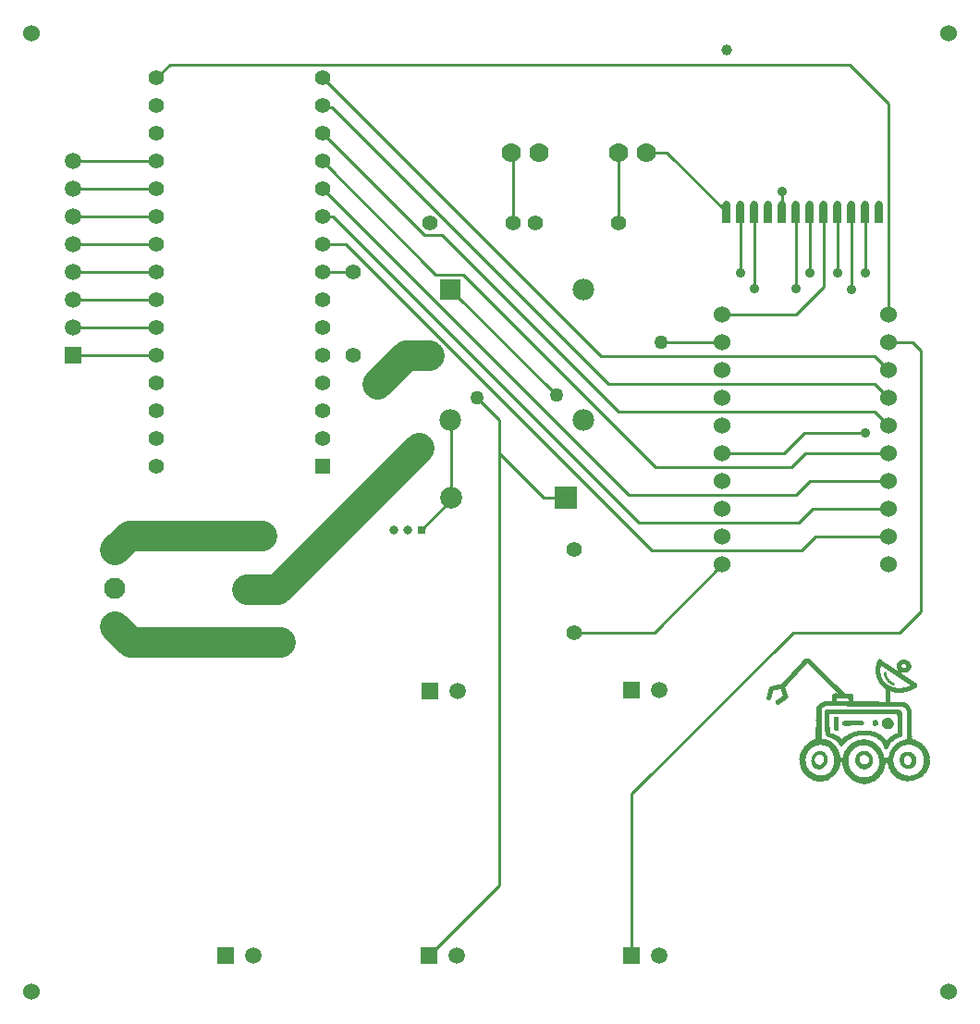
<source format=gtl>
G04*
G04 #@! TF.GenerationSoftware,Altium Limited,Altium Designer,22.5.1 (42)*
G04*
G04 Layer_Physical_Order=1*
G04 Layer_Color=255*
%FSLAX44Y44*%
%MOMM*%
G71*
G04*
G04 #@! TF.SameCoordinates,DCAD6D7B-F460-4A76-B736-7305E2F345F3*
G04*
G04*
G04 #@! TF.FilePolarity,Positive*
G04*
G01*
G75*
%ADD14C,0.2540*%
%ADD17C,0.0254*%
%ADD22R,1.4140X1.4140*%
%ADD23C,1.4140*%
%ADD40C,2.8000*%
%ADD41R,1.9800X1.9800*%
%ADD42C,1.9350*%
%ADD43C,1.9800*%
%ADD44C,1.9500*%
%ADD45R,1.9500X1.9500*%
%ADD46C,2.0000*%
%ADD47R,2.0000X2.0000*%
%ADD48C,1.5000*%
%ADD49R,1.5000X1.5000*%
%ADD50C,0.8000*%
%ADD51R,0.8000X0.8000*%
%ADD52C,1.5240*%
%ADD53C,1.0000*%
%ADD54R,1.5000X1.5000*%
%ADD55C,1.7780*%
%ADD56C,1.4000*%
%ADD57C,1.2000*%
%ADD58C,1.2700*%
%ADD59C,0.9000*%
G36*
X799997Y740096D02*
X800725Y739795D01*
X801380Y739357D01*
X801937Y738800D01*
X802375Y738145D01*
X802676Y737417D01*
X802830Y736644D01*
Y736250D01*
Y720250D01*
X794830D01*
Y736250D01*
Y736644D01*
X794984Y737417D01*
X795285Y738145D01*
X795723Y738800D01*
X796280Y739357D01*
X796935Y739795D01*
X797663Y740096D01*
X798436Y740250D01*
X799224D01*
X799997Y740096D01*
D02*
G37*
G36*
X787297D02*
X788025Y739795D01*
X788680Y739357D01*
X789237Y738800D01*
X789675Y738145D01*
X789976Y737417D01*
X790130Y736644D01*
Y736250D01*
Y720250D01*
X782130D01*
Y736250D01*
Y736644D01*
X782284Y737417D01*
X782585Y738145D01*
X783023Y738800D01*
X783580Y739357D01*
X784235Y739795D01*
X784963Y740096D01*
X785736Y740250D01*
X786524D01*
X787297Y740096D01*
D02*
G37*
G36*
X774597D02*
X775325Y739795D01*
X775980Y739357D01*
X776537Y738800D01*
X776975Y738145D01*
X777276Y737417D01*
X777430Y736644D01*
Y736250D01*
Y720250D01*
X769430D01*
Y736250D01*
Y736644D01*
X769584Y737417D01*
X769885Y738145D01*
X770323Y738800D01*
X770880Y739357D01*
X771535Y739795D01*
X772263Y740096D01*
X773036Y740250D01*
X773824D01*
X774597Y740096D01*
D02*
G37*
G36*
X761897D02*
X762625Y739795D01*
X763280Y739357D01*
X763837Y738800D01*
X764275Y738145D01*
X764576Y737417D01*
X764730Y736644D01*
Y736250D01*
Y720250D01*
X756730D01*
Y736250D01*
Y736644D01*
X756884Y737417D01*
X757185Y738145D01*
X757623Y738800D01*
X758180Y739357D01*
X758835Y739795D01*
X759563Y740096D01*
X760336Y740250D01*
X761124D01*
X761897Y740096D01*
D02*
G37*
G36*
X749197D02*
X749925Y739795D01*
X750580Y739357D01*
X751137Y738800D01*
X751575Y738145D01*
X751876Y737417D01*
X752030Y736644D01*
Y736250D01*
Y720250D01*
X744030D01*
Y736250D01*
Y736644D01*
X744184Y737417D01*
X744485Y738145D01*
X744923Y738800D01*
X745480Y739357D01*
X746135Y739795D01*
X746863Y740096D01*
X747636Y740250D01*
X748424D01*
X749197Y740096D01*
D02*
G37*
G36*
X736497D02*
X737225Y739795D01*
X737880Y739357D01*
X738437Y738800D01*
X738875Y738145D01*
X739176Y737417D01*
X739330Y736644D01*
Y736250D01*
Y720250D01*
X731330D01*
Y736250D01*
Y736644D01*
X731484Y737417D01*
X731785Y738145D01*
X732223Y738800D01*
X732780Y739357D01*
X733435Y739795D01*
X734163Y740096D01*
X734936Y740250D01*
X735724D01*
X736497Y740096D01*
D02*
G37*
G36*
X723797D02*
X724525Y739795D01*
X725180Y739357D01*
X725737Y738800D01*
X726175Y738145D01*
X726476Y737417D01*
X726630Y736644D01*
Y736250D01*
Y720250D01*
X718630D01*
Y736250D01*
Y736644D01*
X718784Y737417D01*
X719085Y738145D01*
X719523Y738800D01*
X720080Y739357D01*
X720735Y739795D01*
X721463Y740096D01*
X722236Y740250D01*
X723024D01*
X723797Y740096D01*
D02*
G37*
G36*
X711097D02*
X711825Y739795D01*
X712480Y739357D01*
X713037Y738800D01*
X713475Y738145D01*
X713776Y737417D01*
X713930Y736644D01*
Y736250D01*
Y720250D01*
X705930D01*
Y736250D01*
Y736644D01*
X706084Y737417D01*
X706385Y738145D01*
X706823Y738800D01*
X707380Y739357D01*
X708035Y739795D01*
X708763Y740096D01*
X709536Y740250D01*
X710324D01*
X711097Y740096D01*
D02*
G37*
G36*
X698397D02*
X699125Y739795D01*
X699780Y739357D01*
X700337Y738800D01*
X700775Y738145D01*
X701076Y737417D01*
X701230Y736644D01*
Y736250D01*
Y720250D01*
X693230D01*
Y736250D01*
Y736644D01*
X693384Y737417D01*
X693685Y738145D01*
X694123Y738800D01*
X694680Y739357D01*
X695335Y739795D01*
X696063Y740096D01*
X696836Y740250D01*
X697624D01*
X698397Y740096D01*
D02*
G37*
G36*
X685697D02*
X686425Y739795D01*
X687080Y739357D01*
X687637Y738800D01*
X688075Y738145D01*
X688376Y737417D01*
X688530Y736644D01*
Y736250D01*
Y720250D01*
X680530D01*
Y736250D01*
Y736644D01*
X680684Y737417D01*
X680985Y738145D01*
X681423Y738800D01*
X681980Y739357D01*
X682635Y739795D01*
X683363Y740096D01*
X684136Y740250D01*
X684924D01*
X685697Y740096D01*
D02*
G37*
G36*
X672997D02*
X673725Y739795D01*
X674380Y739357D01*
X674937Y738800D01*
X675375Y738145D01*
X675676Y737417D01*
X675830Y736644D01*
Y736250D01*
Y720250D01*
X667830D01*
Y736250D01*
Y736644D01*
X667984Y737417D01*
X668285Y738145D01*
X668723Y738800D01*
X669280Y739357D01*
X669935Y739795D01*
X670663Y740096D01*
X671436Y740250D01*
X672224D01*
X672997Y740096D01*
D02*
G37*
G36*
X660297D02*
X661025Y739795D01*
X661680Y739357D01*
X662237Y738800D01*
X662675Y738145D01*
X662976Y737417D01*
X663130Y736644D01*
Y736250D01*
Y720250D01*
X655130D01*
Y736250D01*
Y736644D01*
X655284Y737417D01*
X655585Y738145D01*
X656023Y738800D01*
X656580Y739357D01*
X657235Y739795D01*
X657963Y740096D01*
X658736Y740250D01*
X659524D01*
X660297Y740096D01*
D02*
G37*
G36*
X733150Y321481D02*
X734572D01*
Y321196D01*
X735140D01*
Y320912D01*
X735425D01*
Y320628D01*
X735709D01*
Y320343D01*
X736278D01*
Y320059D01*
X736562D01*
Y319775D01*
X736846D01*
Y319490D01*
X737131D01*
Y319206D01*
X737415D01*
Y318922D01*
X737699D01*
Y318637D01*
X737984D01*
Y318353D01*
X738268D01*
Y318069D01*
X738552D01*
Y317784D01*
X738837D01*
Y317500D01*
X739121D01*
Y317216D01*
X739405D01*
Y316931D01*
X739690D01*
Y316647D01*
X739974D01*
Y316363D01*
X740258D01*
Y316078D01*
X740543D01*
Y315794D01*
X740827D01*
Y315510D01*
X741111D01*
Y315225D01*
X741396D01*
Y314941D01*
X741680D01*
Y314657D01*
X741964D01*
Y314372D01*
X742249D01*
Y314088D01*
X742533D01*
Y313804D01*
X742817D01*
Y313519D01*
X743102D01*
Y313235D01*
X743386D01*
Y312951D01*
X743670D01*
Y312666D01*
X743955D01*
Y312382D01*
X744239D01*
Y312098D01*
X744523D01*
Y311813D01*
X744808D01*
Y311529D01*
X745092D01*
Y311245D01*
X745376D01*
Y310960D01*
X745661D01*
Y310676D01*
X745945D01*
Y310392D01*
X746229D01*
Y310107D01*
X746514D01*
Y309823D01*
X746798D01*
Y309539D01*
X747082D01*
Y309254D01*
X747367D01*
Y308970D01*
X747935D01*
Y308686D01*
X748220D01*
Y308402D01*
X748504D01*
Y308117D01*
X748788D01*
Y307833D01*
X749072D01*
Y307549D01*
X749357D01*
Y307264D01*
X749641D01*
Y306980D01*
X749926D01*
Y306695D01*
X750210D01*
Y306411D01*
X750494D01*
Y306127D01*
X750779D01*
Y305842D01*
X751063D01*
Y305558D01*
X751347D01*
Y305274D01*
X751631D01*
Y304989D01*
X751916D01*
Y304705D01*
X752200D01*
Y304421D01*
X752485D01*
Y304137D01*
X752769D01*
Y303852D01*
X753053D01*
Y303568D01*
X753337D01*
Y303284D01*
X753622D01*
Y302999D01*
X753906D01*
Y302715D01*
X754190D01*
Y302431D01*
X754475D01*
Y302146D01*
X754759D01*
Y301862D01*
X755043D01*
Y301578D01*
X755328D01*
Y301293D01*
X755612D01*
Y301009D01*
X755896D01*
Y300725D01*
X756181D01*
Y300440D01*
X756465D01*
Y300156D01*
X756749D01*
Y299872D01*
X757034D01*
Y299587D01*
X757318D01*
Y299303D01*
X757602D01*
Y299019D01*
X757887D01*
Y298734D01*
X758171D01*
Y298450D01*
X758455D01*
Y298166D01*
X758740D01*
Y297881D01*
X759308D01*
Y297597D01*
X759593D01*
Y297313D01*
X759877D01*
Y297028D01*
X760161D01*
Y296744D01*
X760446D01*
Y296460D01*
X760730D01*
Y296175D01*
X761014D01*
Y295891D01*
X761299D01*
Y295607D01*
X761583D01*
Y295322D01*
X761867D01*
Y295038D01*
X762152D01*
Y294754D01*
X762436D01*
Y294469D01*
X762720D01*
Y294185D01*
X763005D01*
Y293901D01*
X763289D01*
Y293616D01*
X763573D01*
Y293332D01*
X763858D01*
Y293048D01*
X764142D01*
Y292763D01*
X764426D01*
Y292479D01*
X764711D01*
Y292195D01*
X764995D01*
Y291910D01*
X765279D01*
Y291626D01*
X765564D01*
Y291342D01*
X765848D01*
Y291057D01*
X766132D01*
Y290773D01*
X766417D01*
Y290489D01*
X766701D01*
Y290205D01*
X766985D01*
Y289920D01*
X767270D01*
Y289636D01*
X767554D01*
Y289352D01*
X767838D01*
Y289067D01*
X773240D01*
Y288783D01*
X774378D01*
Y288498D01*
X774662D01*
Y288214D01*
X774946D01*
Y287930D01*
X775231D01*
Y287077D01*
X775515D01*
Y283096D01*
X775231D01*
Y282243D01*
X799399D01*
Y281959D01*
X804801D01*
Y293616D01*
X804517D01*
Y293901D01*
X803948D01*
Y294185D01*
X803664D01*
Y294469D01*
X803379D01*
Y294754D01*
X802811D01*
Y295038D01*
X802526D01*
Y295322D01*
X802242D01*
Y295607D01*
X801958D01*
Y295891D01*
X801673D01*
Y296175D01*
X801389D01*
Y296460D01*
X801105D01*
Y296744D01*
X800820D01*
Y297028D01*
X800536D01*
Y297313D01*
X800252D01*
Y297881D01*
X799967D01*
Y298166D01*
X799683D01*
Y298450D01*
X799399D01*
Y299019D01*
X799114D01*
Y299303D01*
X798830D01*
Y299872D01*
X798546D01*
Y300440D01*
X798261D01*
Y301009D01*
X797977D01*
Y301578D01*
X797693D01*
Y302146D01*
X797408D01*
Y302715D01*
X797124D01*
Y303568D01*
X796840D01*
Y304421D01*
X796555D01*
Y305558D01*
X796271D01*
Y306980D01*
X795987D01*
Y309539D01*
X795702D01*
Y311813D01*
X795987D01*
Y314372D01*
X796271D01*
Y316078D01*
X796555D01*
Y317216D01*
X796840D01*
Y318069D01*
X797124D01*
Y318922D01*
X797408D01*
Y319775D01*
X797693D01*
Y320059D01*
X797977D01*
Y320628D01*
X798546D01*
Y320912D01*
X799114D01*
Y321196D01*
X799967D01*
Y320912D01*
X800820D01*
Y320628D01*
X801105D01*
Y320343D01*
X801389D01*
Y319775D01*
X801673D01*
Y319490D01*
X801958D01*
Y319206D01*
X802242D01*
Y318922D01*
X802811D01*
Y318637D01*
X803095D01*
Y318353D01*
X803664D01*
Y318069D01*
X803948D01*
Y317784D01*
X804517D01*
Y317500D01*
X804801D01*
Y317216D01*
X805370D01*
Y316931D01*
X805654D01*
Y316647D01*
X806223D01*
Y316363D01*
X806507D01*
Y316078D01*
X807076D01*
Y315794D01*
X807360D01*
Y315510D01*
X807928D01*
Y315225D01*
X808213D01*
Y314941D01*
X808782D01*
Y314657D01*
X809066D01*
Y314372D01*
X809634D01*
Y314088D01*
X809919D01*
Y313804D01*
X810488D01*
Y313519D01*
X810772D01*
Y313235D01*
X811340D01*
Y312951D01*
X811625D01*
Y312666D01*
X812193D01*
Y312382D01*
X812478D01*
Y312098D01*
X813046D01*
Y311813D01*
X813331D01*
Y311529D01*
X813899D01*
Y311245D01*
X814184D01*
Y310960D01*
X814752D01*
Y310676D01*
X815037D01*
Y310392D01*
X815605D01*
Y310676D01*
X815890D01*
Y311529D01*
X815605D01*
Y311813D01*
X815321D01*
Y312382D01*
X815037D01*
Y313519D01*
X814752D01*
Y315510D01*
X815037D01*
Y316647D01*
X815321D01*
Y317216D01*
X815605D01*
Y317784D01*
X815890D01*
Y318069D01*
X816174D01*
Y318353D01*
X816458D01*
Y318637D01*
X816743D01*
Y318922D01*
X817027D01*
Y319206D01*
X817311D01*
Y319490D01*
X817880D01*
Y319775D01*
X818449D01*
Y320059D01*
X819302D01*
Y320343D01*
X820439D01*
Y320628D01*
X822429D01*
Y320343D01*
X823567D01*
Y320059D01*
X824420D01*
Y319775D01*
X824988D01*
Y319490D01*
X825557D01*
Y319206D01*
X825841D01*
Y318922D01*
X826410D01*
Y318637D01*
X826694D01*
Y318353D01*
X826979D01*
Y317784D01*
X827263D01*
Y317500D01*
X827547D01*
Y316931D01*
X827831D01*
Y316363D01*
X828116D01*
Y315510D01*
X828400D01*
Y313235D01*
X828116D01*
Y312098D01*
X827831D01*
Y311529D01*
X827547D01*
Y311245D01*
X827263D01*
Y310676D01*
X826979D01*
Y310392D01*
X826694D01*
Y310107D01*
X826410D01*
Y309823D01*
X825841D01*
Y309539D01*
X825557D01*
Y309254D01*
X824988D01*
Y308970D01*
X824420D01*
Y308686D01*
X823567D01*
Y308402D01*
X819870D01*
Y308686D01*
X819017D01*
Y307833D01*
X819302D01*
Y307549D01*
X819870D01*
Y307264D01*
X820155D01*
Y306980D01*
X820723D01*
Y306695D01*
X821008D01*
Y306411D01*
X821576D01*
Y306127D01*
X821861D01*
Y305842D01*
X822429D01*
Y305558D01*
X822714D01*
Y305274D01*
X823282D01*
Y304989D01*
X823567D01*
Y304705D01*
X824135D01*
Y304421D01*
X824420D01*
Y304137D01*
X824988D01*
Y303852D01*
X825273D01*
Y303568D01*
X825841D01*
Y303284D01*
X826125D01*
Y302999D01*
X826694D01*
Y302715D01*
X826979D01*
Y302431D01*
X827547D01*
Y302146D01*
X827831D01*
Y301862D01*
X828400D01*
Y301578D01*
X828684D01*
Y301293D01*
X829253D01*
Y301009D01*
X829538D01*
Y300725D01*
X830106D01*
Y300440D01*
X830390D01*
Y300156D01*
X830959D01*
Y299872D01*
X831243D01*
Y299587D01*
X831528D01*
Y299303D01*
X832096D01*
Y299019D01*
X832665D01*
Y298734D01*
X832949D01*
Y298450D01*
X833234D01*
Y298166D01*
X833518D01*
Y297881D01*
X833802D01*
Y297597D01*
X834087D01*
Y297028D01*
X834371D01*
Y296744D01*
X834087D01*
Y295891D01*
X833802D01*
Y295322D01*
X833518D01*
Y295038D01*
X833234D01*
Y294754D01*
X832949D01*
Y294469D01*
X832381D01*
Y294185D01*
X832096D01*
Y293901D01*
X831528D01*
Y293616D01*
X830959D01*
Y293332D01*
X830390D01*
Y293048D01*
X829822D01*
Y292763D01*
X829253D01*
Y292479D01*
X828684D01*
Y292195D01*
X827831D01*
Y291910D01*
X827263D01*
Y291626D01*
X826410D01*
Y291342D01*
X825557D01*
Y291057D01*
X824420D01*
Y290773D01*
X823282D01*
Y290489D01*
X821861D01*
Y290205D01*
X819586D01*
Y289920D01*
X815037D01*
Y290205D01*
X812762D01*
Y290489D01*
X811625D01*
Y290773D01*
X810488D01*
Y291057D01*
X809634D01*
Y291342D01*
X809350D01*
Y291057D01*
X809066D01*
Y290773D01*
X809350D01*
Y281959D01*
X819870D01*
Y281675D01*
X821576D01*
Y281390D01*
X822429D01*
Y281106D01*
X822998D01*
Y280822D01*
X823567D01*
Y280537D01*
X824135D01*
Y280253D01*
X824420D01*
Y279969D01*
X824988D01*
Y279684D01*
X825273D01*
Y279400D01*
X825557D01*
Y279116D01*
X825841D01*
Y278831D01*
X826125D01*
Y278547D01*
X826410D01*
Y278263D01*
X826694D01*
Y277694D01*
X826979D01*
Y277410D01*
X827263D01*
Y276841D01*
X827547D01*
Y276272D01*
X827831D01*
Y275704D01*
X828116D01*
Y274851D01*
X828400D01*
Y273998D01*
X828684D01*
Y272292D01*
X828969D01*
Y268596D01*
X828684D01*
Y257507D01*
X828969D01*
Y249830D01*
X829253D01*
Y249545D01*
X828969D01*
Y248408D01*
X829253D01*
Y247840D01*
X828969D01*
Y247555D01*
X830106D01*
Y247271D01*
X831243D01*
Y246987D01*
X832096D01*
Y246702D01*
X832665D01*
Y246418D01*
X833518D01*
Y246134D01*
X834087D01*
Y245849D01*
X834371D01*
Y246134D01*
X834940D01*
Y245849D01*
X834655D01*
Y245565D01*
X834940D01*
Y245281D01*
X835508D01*
Y244996D01*
X836077D01*
Y244712D01*
X836361D01*
Y244428D01*
X836646D01*
Y244143D01*
X837214D01*
Y243859D01*
X837499D01*
Y243575D01*
X837783D01*
Y243290D01*
X838636D01*
Y242153D01*
X839773D01*
Y241869D01*
X840058D01*
Y241584D01*
X840342D01*
Y240731D01*
X841195D01*
Y240163D01*
X841479D01*
Y239878D01*
X841764D01*
Y239594D01*
X842048D01*
Y239025D01*
X842332D01*
Y238741D01*
X842617D01*
Y238457D01*
X842332D01*
Y238172D01*
X842901D01*
Y237888D01*
X843185D01*
Y237319D01*
X843470D01*
Y237035D01*
X843185D01*
Y236751D01*
X843754D01*
Y236466D01*
X844038D01*
Y235898D01*
X843754D01*
Y235613D01*
X844323D01*
Y235045D01*
X844607D01*
Y234192D01*
X844891D01*
Y233339D01*
X845175D01*
Y232486D01*
X845460D01*
Y231064D01*
X845744D01*
Y229643D01*
X845175D01*
Y229358D01*
X845460D01*
Y228790D01*
X845744D01*
Y227084D01*
X845460D01*
Y226231D01*
X845744D01*
Y224809D01*
X845460D01*
Y223672D01*
X845175D01*
Y222819D01*
X844891D01*
Y222534D01*
X844607D01*
Y222250D01*
X844891D01*
Y221681D01*
X844607D01*
Y221113D01*
X844323D01*
Y220544D01*
X844038D01*
Y219691D01*
X843754D01*
Y219407D01*
X843185D01*
Y219122D01*
X843470D01*
Y218838D01*
X842901D01*
Y218554D01*
X843185D01*
Y218269D01*
X842901D01*
Y217985D01*
X842332D01*
Y217701D01*
X842617D01*
Y217416D01*
X842332D01*
Y216848D01*
X842048D01*
Y216563D01*
X841764D01*
Y216279D01*
X841479D01*
Y215995D01*
X840911D01*
Y215426D01*
X840626D01*
Y215142D01*
X840058D01*
Y214858D01*
X840342D01*
Y214573D01*
X840058D01*
Y214289D01*
X839773D01*
Y214004D01*
X839489D01*
Y213720D01*
X838920D01*
Y213436D01*
X838636D01*
Y213151D01*
X837783D01*
Y212583D01*
X837499D01*
Y212299D01*
X837214D01*
Y212583D01*
X836930D01*
Y212014D01*
X835508D01*
Y211730D01*
X835224D01*
Y211446D01*
X834655D01*
Y211161D01*
X834087D01*
Y210877D01*
X833234D01*
Y210592D01*
X832381D01*
Y210308D01*
X831528D01*
Y210024D01*
X830106D01*
Y209739D01*
X828684D01*
Y209455D01*
X826125D01*
Y209171D01*
X823851D01*
Y209455D01*
X821861D01*
Y209739D01*
X820439D01*
Y210024D01*
X819586D01*
Y210308D01*
X818733D01*
Y210592D01*
X817311D01*
Y210877D01*
X816743D01*
Y211161D01*
X815890D01*
Y211446D01*
X815037D01*
Y211730D01*
X814752D01*
Y212014D01*
X815037D01*
Y212299D01*
X814184D01*
Y212867D01*
X813615D01*
Y213151D01*
X813046D01*
Y213436D01*
X812762D01*
Y213720D01*
X812478D01*
Y214004D01*
X812193D01*
Y214289D01*
X811909D01*
Y214573D01*
X811625D01*
Y214858D01*
X811340D01*
Y215142D01*
X811625D01*
Y215426D01*
X811340D01*
Y215710D01*
X811056D01*
Y215426D01*
X810772D01*
Y215710D01*
X810488D01*
Y215995D01*
X810772D01*
Y216563D01*
X810488D01*
Y216279D01*
X810203D01*
Y216563D01*
X809919D01*
Y216848D01*
X809634D01*
Y217416D01*
X809350D01*
Y217701D01*
X809634D01*
Y217985D01*
X809066D01*
Y218269D01*
X808782D01*
Y218838D01*
X808497D01*
Y219122D01*
X808782D01*
Y219407D01*
X808213D01*
Y219975D01*
X807928D01*
Y220828D01*
X807644D01*
Y221397D01*
X807360D01*
Y222250D01*
X807076D01*
Y223103D01*
X807360D01*
Y223387D01*
X807076D01*
Y223672D01*
X806791D01*
Y224525D01*
X806507D01*
Y225662D01*
X804801D01*
Y223956D01*
X804517D01*
Y223672D01*
X804232D01*
Y223387D01*
X803948D01*
Y223103D01*
X804517D01*
Y222250D01*
X804232D01*
Y221113D01*
X803948D01*
Y220544D01*
X803664D01*
Y220260D01*
X803379D01*
Y219975D01*
X803664D01*
Y219407D01*
X803379D01*
Y218838D01*
X803095D01*
Y218269D01*
X802811D01*
Y217701D01*
X802526D01*
Y217132D01*
X802242D01*
Y216563D01*
X801958D01*
Y216279D01*
X801673D01*
Y215710D01*
X801389D01*
Y215426D01*
X801105D01*
Y214858D01*
X800820D01*
Y214573D01*
X800536D01*
Y214289D01*
X800252D01*
Y213720D01*
X799683D01*
Y213151D01*
X799399D01*
Y212867D01*
X799114D01*
Y212583D01*
X798830D01*
Y212299D01*
X798546D01*
Y212014D01*
X798261D01*
Y211730D01*
X797977D01*
Y211446D01*
X797693D01*
Y211730D01*
X797408D01*
Y210877D01*
X796840D01*
Y210592D01*
X796555D01*
Y210308D01*
X796271D01*
Y210024D01*
X795418D01*
Y209739D01*
X794849D01*
Y209171D01*
X794281D01*
Y208887D01*
X793712D01*
Y208602D01*
X793428D01*
Y208318D01*
X792859D01*
Y208602D01*
X792575D01*
Y208318D01*
X792006D01*
Y207749D01*
X791722D01*
Y208034D01*
X791438D01*
Y207749D01*
X790869D01*
Y207465D01*
X790300D01*
Y207181D01*
X789447D01*
Y206896D01*
X787457D01*
Y206612D01*
X783476D01*
Y207181D01*
X781486D01*
Y207465D01*
X780349D01*
Y207749D01*
X779496D01*
Y208034D01*
X778643D01*
Y208318D01*
X777790D01*
Y208602D01*
X777221D01*
Y208887D01*
X776368D01*
Y209171D01*
X776084D01*
Y209455D01*
X775515D01*
Y209739D01*
X774946D01*
Y210024D01*
X774662D01*
Y210308D01*
X774093D01*
Y210592D01*
X773809D01*
Y210877D01*
X773240D01*
Y211161D01*
X772956D01*
Y211446D01*
X772672D01*
Y211730D01*
X772387D01*
Y212014D01*
X772103D01*
Y212299D01*
X771535D01*
Y212583D01*
X771250D01*
Y213151D01*
X770682D01*
Y213720D01*
X770397D01*
Y214004D01*
X770113D01*
Y214289D01*
X769828D01*
Y214573D01*
X769544D01*
Y214858D01*
X769260D01*
Y215426D01*
X768976D01*
Y215710D01*
X768691D01*
Y216279D01*
X768407D01*
Y216563D01*
X768122D01*
Y217132D01*
X767838D01*
Y217701D01*
X767554D01*
Y218269D01*
X767270D01*
Y218838D01*
X766985D01*
Y219407D01*
X766701D01*
Y220260D01*
X766417D01*
Y220828D01*
X766132D01*
Y221966D01*
X765848D01*
Y223103D01*
X765564D01*
Y224240D01*
X765279D01*
Y226231D01*
X763858D01*
Y225378D01*
X763573D01*
Y223672D01*
X763289D01*
Y222819D01*
X763005D01*
Y221966D01*
X762720D01*
Y221113D01*
X762436D01*
Y220544D01*
X762152D01*
Y219975D01*
X761867D01*
Y219407D01*
X761583D01*
Y218838D01*
X761299D01*
Y218554D01*
X761014D01*
Y217985D01*
X760730D01*
Y217701D01*
X760446D01*
Y217132D01*
X760161D01*
Y216848D01*
X759877D01*
Y216563D01*
X759593D01*
Y215995D01*
X759308D01*
Y215710D01*
X759024D01*
Y215426D01*
X758740D01*
Y215142D01*
X758455D01*
Y214858D01*
X758171D01*
Y214573D01*
X757887D01*
Y214289D01*
X757318D01*
Y214004D01*
X757034D01*
Y213720D01*
X756749D01*
Y213436D01*
X756465D01*
Y213151D01*
X755896D01*
Y212867D01*
X755612D01*
Y212583D01*
X755328D01*
Y212299D01*
X755043D01*
Y212014D01*
X754759D01*
Y211730D01*
X755043D01*
Y211446D01*
X754759D01*
Y211730D01*
X754475D01*
Y211446D01*
X754190D01*
Y211161D01*
X753906D01*
Y210877D01*
X753337D01*
Y210592D01*
X753053D01*
Y210308D01*
X752769D01*
Y210024D01*
X752200D01*
Y209739D01*
X749072D01*
Y209455D01*
X747935D01*
Y209171D01*
X746229D01*
Y208887D01*
X743386D01*
Y209171D01*
X741111D01*
Y209455D01*
X739974D01*
Y209739D01*
X738837D01*
Y210024D01*
X737984D01*
Y210308D01*
X737415D01*
Y210592D01*
X736846D01*
Y210877D01*
X736278D01*
Y211161D01*
X735709D01*
Y211446D01*
X735140D01*
Y211730D01*
X734856D01*
Y212014D01*
X734287D01*
Y212299D01*
X734003D01*
Y212583D01*
X733719D01*
Y212867D01*
X733150D01*
Y213151D01*
X732866D01*
Y213436D01*
X732581D01*
Y213720D01*
X732297D01*
Y214004D01*
X732013D01*
Y214289D01*
X731729D01*
Y214573D01*
X731444D01*
Y214858D01*
X731160D01*
Y215142D01*
X730875D01*
Y215426D01*
X730591D01*
Y215710D01*
X730307D01*
Y216279D01*
X730023D01*
Y216563D01*
X729738D01*
Y216848D01*
X729454D01*
Y217416D01*
X729170D01*
Y217985D01*
X728885D01*
Y218269D01*
X728601D01*
Y218838D01*
X728317D01*
Y219407D01*
X728032D01*
Y219975D01*
X727748D01*
Y220828D01*
X727464D01*
Y221681D01*
X727179D01*
Y222534D01*
X726895D01*
Y223672D01*
X726611D01*
Y225378D01*
X726326D01*
Y229358D01*
X726042D01*
Y229074D01*
X725473D01*
Y228790D01*
X724905D01*
Y229358D01*
X725189D01*
Y229643D01*
X725758D01*
Y230211D01*
X726326D01*
Y231064D01*
X726042D01*
Y232201D01*
X726326D01*
Y233339D01*
X726611D01*
Y234192D01*
X727179D01*
Y234476D01*
X726895D01*
Y235045D01*
X727179D01*
Y235613D01*
X727464D01*
Y236182D01*
X728032D01*
Y236466D01*
X727748D01*
Y236751D01*
X728317D01*
Y237035D01*
X728032D01*
Y237319D01*
X728317D01*
Y237888D01*
X728601D01*
Y238457D01*
X728885D01*
Y238741D01*
X729454D01*
Y239025D01*
X729170D01*
Y239310D01*
X729454D01*
Y239594D01*
X729738D01*
Y239878D01*
X730023D01*
Y240447D01*
X730307D01*
Y240731D01*
X730591D01*
Y241016D01*
X730875D01*
Y241584D01*
X731160D01*
Y241869D01*
X731444D01*
Y242153D01*
X731729D01*
Y242437D01*
X732013D01*
Y242722D01*
X732297D01*
Y243006D01*
X732581D01*
Y243290D01*
X733150D01*
Y243575D01*
X733435D01*
Y244143D01*
X733719D01*
Y244428D01*
X734287D01*
Y244712D01*
X734572D01*
Y244996D01*
X734856D01*
Y245281D01*
X735709D01*
Y245849D01*
X735993D01*
Y246134D01*
X736562D01*
Y246418D01*
X737415D01*
Y246702D01*
X737699D01*
Y246987D01*
X737984D01*
Y247271D01*
X738552D01*
Y247555D01*
X739690D01*
Y247840D01*
X739974D01*
Y247555D01*
X740258D01*
Y248124D01*
X740543D01*
Y248408D01*
X740827D01*
Y258644D01*
X741111D01*
Y264331D01*
X740827D01*
Y264899D01*
X740543D01*
Y265184D01*
X741111D01*
Y264899D01*
X741396D01*
Y270017D01*
X741111D01*
Y270301D01*
X741396D01*
Y270586D01*
X741111D01*
Y271723D01*
X741396D01*
Y272292D01*
X741111D01*
Y275135D01*
X741396D01*
Y275988D01*
X741680D01*
Y277125D01*
X741964D01*
Y277694D01*
X742249D01*
Y278263D01*
X742533D01*
Y278547D01*
X743102D01*
Y278831D01*
X743386D01*
Y279116D01*
X743670D01*
Y279400D01*
X743955D01*
Y279684D01*
X744239D01*
Y279969D01*
X744523D01*
Y280253D01*
X745092D01*
Y280537D01*
X745376D01*
Y280822D01*
X745661D01*
Y281106D01*
X746229D01*
Y281390D01*
X746798D01*
Y281675D01*
X747367D01*
Y281959D01*
X748220D01*
Y282243D01*
X749641D01*
Y282528D01*
X755896D01*
Y285940D01*
Y286224D01*
X756181D01*
Y287930D01*
X756465D01*
Y288498D01*
X756749D01*
Y288783D01*
X757034D01*
Y289067D01*
X757318D01*
Y289352D01*
X758455D01*
Y289636D01*
X759877D01*
Y289352D01*
X761299D01*
Y289636D01*
X761014D01*
Y289920D01*
X760730D01*
Y290205D01*
X760446D01*
Y290489D01*
X760161D01*
Y290773D01*
X759877D01*
Y291057D01*
X759593D01*
Y291342D01*
X759308D01*
Y291626D01*
X759024D01*
Y291910D01*
X758740D01*
Y292195D01*
X758455D01*
Y292479D01*
X758171D01*
Y292763D01*
X757887D01*
Y293048D01*
X757602D01*
Y293332D01*
X757318D01*
Y293616D01*
X757034D01*
Y293901D01*
X756749D01*
Y294185D01*
X756465D01*
Y294469D01*
X756181D01*
Y294754D01*
X755896D01*
Y295038D01*
X755328D01*
Y295322D01*
X755043D01*
Y295607D01*
X754759D01*
Y295891D01*
X754475D01*
Y296175D01*
X754190D01*
Y296460D01*
X753906D01*
Y296744D01*
X753622D01*
Y297028D01*
X753337D01*
Y297313D01*
X753053D01*
Y297597D01*
X752769D01*
Y297881D01*
X752485D01*
Y298166D01*
X752200D01*
Y298450D01*
X751916D01*
Y298734D01*
X751631D01*
Y299019D01*
X751347D01*
Y299303D01*
X751063D01*
Y299587D01*
X750779D01*
Y299872D01*
X750494D01*
Y300156D01*
X750210D01*
Y300440D01*
X749926D01*
Y300725D01*
X749641D01*
Y301009D01*
X749357D01*
Y301293D01*
X749072D01*
Y301578D01*
X748788D01*
Y301862D01*
X748504D01*
Y302146D01*
X748220D01*
Y302431D01*
X747935D01*
Y302715D01*
X747651D01*
Y302999D01*
X747367D01*
Y303284D01*
X747082D01*
Y303568D01*
X746798D01*
Y303852D01*
X746514D01*
Y304137D01*
X746229D01*
Y304421D01*
X745945D01*
Y304705D01*
X745661D01*
Y304989D01*
X745376D01*
Y305274D01*
X745092D01*
Y305558D01*
X744808D01*
Y305842D01*
X744523D01*
Y306127D01*
X744239D01*
Y306411D01*
X743955D01*
Y306695D01*
X743670D01*
Y306980D01*
X743102D01*
Y307264D01*
X742817D01*
Y307549D01*
X742533D01*
Y307833D01*
X742249D01*
Y308117D01*
X741964D01*
Y308402D01*
X741680D01*
Y308686D01*
X741396D01*
Y308970D01*
X741111D01*
Y309254D01*
X740827D01*
Y309539D01*
X740543D01*
Y309823D01*
X740258D01*
Y310107D01*
X739974D01*
Y310392D01*
X739690D01*
Y310676D01*
X739405D01*
Y310960D01*
X739121D01*
Y311245D01*
X738837D01*
Y311529D01*
X738552D01*
Y311813D01*
X738268D01*
Y312098D01*
X737984D01*
Y312382D01*
X737699D01*
Y312666D01*
X737415D01*
Y312951D01*
X737131D01*
Y313235D01*
X736846D01*
Y313519D01*
X736562D01*
Y313804D01*
X736278D01*
Y314088D01*
X735993D01*
Y314372D01*
X735709D01*
Y314657D01*
X735425D01*
Y314941D01*
X735140D01*
Y315225D01*
X734856D01*
Y315510D01*
X734572D01*
Y315794D01*
X734287D01*
Y316078D01*
X734003D01*
Y316363D01*
X733719D01*
Y316647D01*
X733435D01*
Y316931D01*
X732866D01*
Y316647D01*
X732581D01*
Y316363D01*
X732297D01*
Y316078D01*
X732013D01*
Y315794D01*
X731729D01*
Y315510D01*
X731444D01*
Y315225D01*
X731160D01*
Y314941D01*
X730875D01*
Y314657D01*
X730591D01*
Y314372D01*
X730307D01*
Y313804D01*
X730023D01*
Y313519D01*
X729738D01*
Y313235D01*
X729454D01*
Y312951D01*
X729170D01*
Y312666D01*
X728885D01*
Y312382D01*
X728601D01*
Y312098D01*
X728317D01*
Y311813D01*
X728032D01*
Y311529D01*
X727748D01*
Y311245D01*
X727464D01*
Y310676D01*
X727179D01*
Y310392D01*
X726895D01*
Y310107D01*
X726611D01*
Y309823D01*
X726326D01*
Y309539D01*
X726042D01*
Y309254D01*
X725758D01*
Y308970D01*
X725473D01*
Y308686D01*
X725189D01*
Y308402D01*
X724905D01*
Y308117D01*
X724620D01*
Y307833D01*
X724336D01*
Y307264D01*
X724052D01*
Y306980D01*
X723767D01*
Y306695D01*
X723483D01*
Y306411D01*
X723199D01*
Y306127D01*
X722914D01*
Y305842D01*
X722630D01*
Y305558D01*
X722346D01*
Y305274D01*
X722061D01*
Y304989D01*
X721777D01*
Y304705D01*
X721493D01*
Y304421D01*
X721208D01*
Y303852D01*
X720924D01*
Y303568D01*
X720640D01*
Y303284D01*
X720355D01*
Y302999D01*
X720071D01*
Y302715D01*
X719787D01*
Y302431D01*
X719502D01*
Y302146D01*
X719218D01*
Y301862D01*
X718934D01*
Y301578D01*
X718649D01*
Y301009D01*
X718365D01*
Y300725D01*
X718081D01*
Y300440D01*
X717796D01*
Y300156D01*
X717512D01*
Y299872D01*
X717228D01*
Y299587D01*
X716943D01*
Y299303D01*
X716659D01*
Y299019D01*
X716375D01*
Y298734D01*
X716090D01*
Y298450D01*
X715806D01*
Y298166D01*
X715522D01*
Y297597D01*
X715238D01*
Y297313D01*
X714953D01*
Y297028D01*
X714669D01*
Y296744D01*
X714385D01*
Y296460D01*
X714100D01*
Y296175D01*
X713816D01*
Y295891D01*
X713531D01*
Y295607D01*
X713247D01*
Y295322D01*
X712963D01*
Y294469D01*
X713247D01*
Y293616D01*
X713531D01*
Y292763D01*
X713816D01*
Y291910D01*
X714100D01*
Y291057D01*
X714385D01*
Y290205D01*
X714669D01*
Y289352D01*
X714953D01*
Y288498D01*
X715238D01*
Y287645D01*
X715522D01*
Y286793D01*
X715806D01*
Y286224D01*
X715522D01*
Y285371D01*
X715238D01*
Y285087D01*
X714953D01*
Y284802D01*
X714669D01*
Y284518D01*
X714385D01*
Y284234D01*
X713816D01*
Y283949D01*
X713531D01*
Y283665D01*
X713247D01*
Y283381D01*
X712679D01*
Y283096D01*
X712394D01*
Y282812D01*
X711825D01*
Y282528D01*
X711541D01*
Y282243D01*
X710973D01*
Y281959D01*
X710688D01*
Y281675D01*
X710120D01*
Y281390D01*
X709835D01*
Y281106D01*
X709267D01*
Y280822D01*
X708982D01*
Y280537D01*
X708414D01*
Y280253D01*
X708129D01*
Y279969D01*
X707561D01*
Y279684D01*
X707276D01*
Y279400D01*
X705286D01*
Y279684D01*
X705002D01*
Y279969D01*
X704717D01*
Y280253D01*
X704433D01*
Y280537D01*
X704149D01*
Y282812D01*
X704433D01*
Y283096D01*
X704717D01*
Y283381D01*
X705002D01*
Y283665D01*
X705570D01*
Y283949D01*
X705855D01*
Y284234D01*
X706423D01*
Y284518D01*
X706708D01*
Y284802D01*
X707276D01*
Y285087D01*
X707561D01*
Y285371D01*
X708129D01*
Y285655D01*
X708414D01*
Y285940D01*
X708982D01*
Y286224D01*
X709267D01*
Y286508D01*
X709835D01*
Y286793D01*
X710120D01*
Y287077D01*
X710688D01*
Y288214D01*
X710404D01*
Y289067D01*
X710120D01*
Y289636D01*
X709835D01*
Y290773D01*
X709551D01*
Y291626D01*
X709267D01*
Y292479D01*
X708982D01*
Y293332D01*
X707561D01*
Y293048D01*
X706423D01*
Y292763D01*
X705002D01*
Y292479D01*
X703580D01*
Y292195D01*
X702443D01*
Y291910D01*
X701874D01*
Y291057D01*
X701590D01*
Y289920D01*
X701305D01*
Y288783D01*
X701021D01*
Y287930D01*
X700737D01*
Y286793D01*
X700452D01*
Y285655D01*
X700168D01*
Y284802D01*
X699884D01*
Y284234D01*
X699599D01*
Y283949D01*
X699315D01*
Y283665D01*
X698746D01*
Y283381D01*
X697040D01*
Y283665D01*
X696756D01*
Y283949D01*
X696472D01*
Y284234D01*
X696188D01*
Y284518D01*
X695903D01*
Y286793D01*
X696188D01*
Y287930D01*
X696472D01*
Y288783D01*
X696756D01*
Y289920D01*
X697040D01*
Y291057D01*
X697325D01*
Y292195D01*
X697609D01*
Y293332D01*
X697893D01*
Y294185D01*
X698178D01*
Y295038D01*
X698462D01*
Y295322D01*
X698746D01*
Y295607D01*
X699031D01*
Y295891D01*
X699315D01*
Y296175D01*
X701305D01*
Y296460D01*
X702443D01*
Y296744D01*
X703864D01*
Y297028D01*
X705002D01*
Y297313D01*
X706423D01*
Y297597D01*
X707845D01*
Y297881D01*
X708982D01*
Y298166D01*
X709835D01*
Y298450D01*
X710120D01*
Y298734D01*
X710404D01*
Y299019D01*
X710688D01*
Y299303D01*
X710973D01*
Y299587D01*
X711257D01*
Y299872D01*
X711541D01*
Y300156D01*
X711825D01*
Y300440D01*
X712110D01*
Y300725D01*
X712394D01*
Y301009D01*
X712679D01*
Y301578D01*
X712963D01*
Y301862D01*
X713247D01*
Y302146D01*
X713531D01*
Y302431D01*
X713816D01*
Y302715D01*
X714100D01*
Y302999D01*
X714385D01*
Y303284D01*
X714669D01*
Y303568D01*
X714953D01*
Y303852D01*
X715238D01*
Y304137D01*
X715522D01*
Y304421D01*
X715806D01*
Y304989D01*
X716090D01*
Y305274D01*
X716375D01*
Y305558D01*
X716659D01*
Y305842D01*
X716943D01*
Y306127D01*
X717228D01*
Y306411D01*
X717512D01*
Y306695D01*
X717796D01*
Y306980D01*
X718081D01*
Y307264D01*
X718365D01*
Y307549D01*
X718649D01*
Y307833D01*
X718934D01*
Y308402D01*
X719218D01*
Y308686D01*
X719502D01*
Y308970D01*
X719787D01*
Y309254D01*
X720071D01*
Y309539D01*
X720355D01*
Y309823D01*
X720640D01*
Y310107D01*
X720924D01*
Y310392D01*
X721208D01*
Y310676D01*
X721493D01*
Y310960D01*
X721777D01*
Y311245D01*
X722061D01*
Y311813D01*
X722346D01*
Y312098D01*
X722630D01*
Y312382D01*
X722914D01*
Y312666D01*
X723199D01*
Y312951D01*
X723483D01*
Y313235D01*
X723767D01*
Y313519D01*
X724052D01*
Y313804D01*
X724336D01*
Y314088D01*
X724620D01*
Y314372D01*
X724905D01*
Y314941D01*
X725189D01*
Y315225D01*
X725473D01*
Y315510D01*
X725758D01*
Y315794D01*
X726042D01*
Y316078D01*
X726326D01*
Y316363D01*
X726611D01*
Y316647D01*
X726895D01*
Y316931D01*
X727179D01*
Y317216D01*
X727464D01*
Y317500D01*
X727748D01*
Y317784D01*
X728032D01*
Y318353D01*
X728317D01*
Y318637D01*
X728601D01*
Y318922D01*
X728885D01*
Y319206D01*
X729170D01*
Y319490D01*
X729454D01*
Y319775D01*
X729738D01*
Y320059D01*
X730023D01*
Y320343D01*
X730307D01*
Y320628D01*
X730591D01*
Y320912D01*
X730875D01*
Y321196D01*
X731160D01*
Y321481D01*
X731729D01*
Y321765D01*
X733150D01*
Y321481D01*
D02*
G37*
G36*
X831812Y247271D02*
X831243D01*
Y247555D01*
X831812D01*
Y247271D01*
D02*
G37*
G36*
X832381Y246987D02*
X832096D01*
Y247271D01*
X832381D01*
Y246987D01*
D02*
G37*
G36*
X833802Y246418D02*
X833518D01*
Y246702D01*
X833802D01*
Y246418D01*
D02*
G37*
G36*
X836361Y244996D02*
X836077D01*
Y245281D01*
X836361D01*
Y244996D01*
D02*
G37*
G36*
X837783Y243859D02*
X837499D01*
Y244143D01*
X837783D01*
Y243859D01*
D02*
G37*
G36*
X801389Y212867D02*
X801105D01*
Y213151D01*
X801389D01*
Y212867D01*
D02*
G37*
%LPC*%
G36*
X822714Y316078D02*
X820439D01*
Y315794D01*
X819870D01*
Y315510D01*
X819586D01*
Y315225D01*
X819302D01*
Y314088D01*
X819586D01*
Y313804D01*
X819870D01*
Y313519D01*
X820155D01*
Y313235D01*
X820439D01*
Y312951D01*
X821008D01*
Y312666D01*
X822429D01*
Y312951D01*
X823282D01*
Y313235D01*
X823567D01*
Y313519D01*
X823851D01*
Y313804D01*
Y314941D01*
X823567D01*
Y315510D01*
X822998D01*
Y315794D01*
X822714D01*
Y316078D01*
D02*
G37*
G36*
X801389Y314657D02*
X800536D01*
Y313235D01*
X800252D01*
Y308117D01*
X800536D01*
Y306411D01*
X800820D01*
Y305558D01*
X801105D01*
Y304705D01*
X801389D01*
Y303852D01*
X801673D01*
Y303284D01*
X801958D01*
Y302715D01*
X802242D01*
Y302146D01*
X802526D01*
Y301862D01*
X802811D01*
Y301293D01*
X803095D01*
Y301009D01*
X803379D01*
Y300725D01*
X803664D01*
Y300440D01*
Y300156D01*
X803948D01*
Y299872D01*
X804232D01*
Y299587D01*
X804517D01*
Y299303D01*
X804801D01*
Y299019D01*
X805085D01*
Y298734D01*
X805370D01*
Y298450D01*
X805654D01*
Y298166D01*
X805938D01*
Y297881D01*
X806507D01*
Y297597D01*
X806791D01*
Y297313D01*
X807360D01*
Y297028D01*
X807644D01*
Y296744D01*
X808213D01*
Y296460D01*
X808782D01*
Y296175D01*
X809350D01*
Y295891D01*
X809919D01*
Y295607D01*
X810772D01*
Y295322D01*
X811625D01*
Y295038D01*
X812762D01*
Y294754D01*
X814184D01*
Y294469D01*
X820439D01*
Y294754D01*
X822145D01*
Y295038D01*
X823282D01*
Y295322D01*
X824420D01*
Y295607D01*
X825273D01*
Y295891D01*
X826125D01*
Y296175D01*
X826694D01*
Y296460D01*
X827263D01*
Y296744D01*
X827547D01*
Y297028D01*
X827263D01*
Y297313D01*
X826694D01*
Y297597D01*
X826410D01*
Y297881D01*
X825841D01*
Y298166D01*
X825557D01*
Y298450D01*
X824988D01*
Y298734D01*
X824704D01*
Y299019D01*
X824135D01*
Y299303D01*
X823851D01*
Y299587D01*
X823282D01*
Y299872D01*
X822998D01*
Y300156D01*
X822429D01*
Y300440D01*
X822145D01*
Y300725D01*
X821576D01*
Y301009D01*
X821292D01*
Y301293D01*
X820723D01*
Y301578D01*
X820439D01*
Y301862D01*
X819870D01*
Y302146D01*
X819586D01*
Y302431D01*
X819017D01*
Y302715D01*
X818733D01*
Y302999D01*
X818164D01*
Y303284D01*
X817880D01*
Y303568D01*
X817311D01*
Y303852D01*
X817027D01*
Y304137D01*
X816458D01*
Y304421D01*
X816174D01*
Y304705D01*
X815605D01*
Y304989D01*
X815321D01*
Y305274D01*
X814752D01*
Y305558D01*
X814468D01*
Y305842D01*
X813899D01*
Y306127D01*
X813615D01*
Y306411D01*
X813046D01*
Y306695D01*
X812762D01*
Y306980D01*
X812193D01*
Y307264D01*
X811909D01*
Y307549D01*
X811340D01*
Y307833D01*
X811056D01*
Y308117D01*
X810488D01*
Y308402D01*
X810203D01*
Y308686D01*
X809634D01*
Y308970D01*
X809350D01*
Y309254D01*
X808782D01*
Y309539D01*
X808497D01*
Y309823D01*
X807928D01*
Y310107D01*
X807644D01*
Y310392D01*
X807076D01*
Y310676D01*
X806791D01*
Y310960D01*
X806507D01*
Y311245D01*
X805938D01*
Y311529D01*
X805654D01*
Y311813D01*
X805085D01*
Y312098D01*
X804517D01*
Y312382D01*
X804232D01*
Y312666D01*
X803948D01*
Y312951D01*
X803379D01*
Y313235D01*
X803095D01*
Y313519D01*
X802526D01*
Y313804D01*
X802242D01*
Y314088D01*
X801673D01*
Y314372D01*
X801389D01*
Y314657D01*
D02*
G37*
G36*
X762436Y285087D02*
X760446D01*
Y282243D01*
X770966D01*
Y284518D01*
X770113D01*
Y284802D01*
X762436D01*
Y285087D01*
D02*
G37*
G36*
X769544Y277978D02*
X749641D01*
Y277694D01*
X749072D01*
Y277410D01*
X748504D01*
Y277125D01*
X747935D01*
Y276841D01*
X747367D01*
Y276557D01*
X747082D01*
Y276272D01*
X746798D01*
Y275988D01*
X746514D01*
Y275419D01*
X746229D01*
Y248408D01*
X746514D01*
Y248124D01*
X748788D01*
Y247840D01*
X750210D01*
Y247555D01*
X751063D01*
Y247271D01*
X751916D01*
Y246987D01*
X752485D01*
Y246702D01*
X753337D01*
Y246418D01*
X753622D01*
Y246134D01*
X754190D01*
Y245849D01*
X754759D01*
Y245565D01*
X755043D01*
Y245281D01*
X755612D01*
Y244996D01*
X755896D01*
Y244712D01*
X756465D01*
Y244428D01*
X756749D01*
Y244143D01*
X757034D01*
Y243859D01*
X757318D01*
Y243575D01*
X757602D01*
Y243290D01*
X757887D01*
Y243006D01*
X758171D01*
Y242722D01*
X758455D01*
Y242437D01*
X758740D01*
Y242153D01*
X759024D01*
Y241869D01*
X759308D01*
Y241300D01*
X759593D01*
Y241016D01*
X759877D01*
Y240447D01*
X760161D01*
Y240163D01*
X760446D01*
Y239594D01*
X760730D01*
Y239025D01*
X761014D01*
Y238741D01*
X761299D01*
Y238172D01*
X761583D01*
Y237319D01*
X761867D01*
Y236751D01*
X762152D01*
Y235898D01*
X762436D01*
Y235045D01*
X762720D01*
Y234192D01*
X763005D01*
Y233055D01*
X763289D01*
Y231633D01*
X763573D01*
Y230780D01*
X765564D01*
Y231064D01*
X765848D01*
Y232201D01*
X766132D01*
Y233339D01*
X766417D01*
Y234192D01*
X766701D01*
Y235045D01*
X766985D01*
Y235613D01*
X767270D01*
Y236466D01*
X767554D01*
Y237035D01*
X767838D01*
Y237319D01*
X768122D01*
Y237888D01*
X768407D01*
Y238457D01*
X768691D01*
Y238741D01*
X768976D01*
Y239025D01*
Y239310D01*
X769260D01*
Y239594D01*
X769544D01*
Y240163D01*
X769828D01*
Y240447D01*
X770113D01*
Y240731D01*
X770397D01*
Y241016D01*
X770682D01*
Y241300D01*
X770966D01*
Y241584D01*
X771250D01*
Y241869D01*
X771535D01*
Y242153D01*
X771819D01*
Y242437D01*
X772103D01*
Y242722D01*
X772387D01*
Y243006D01*
X772672D01*
Y243290D01*
X772956D01*
Y243575D01*
X773525D01*
Y243859D01*
X773809D01*
Y244143D01*
X774378D01*
Y244428D01*
X774662D01*
Y244712D01*
X775231D01*
Y244996D01*
X775515D01*
Y245281D01*
X776084D01*
Y245565D01*
X776652D01*
Y245849D01*
X777505D01*
Y246134D01*
X778074D01*
Y246418D01*
X778927D01*
Y246702D01*
X779780D01*
Y246987D01*
X781202D01*
Y247271D01*
X782623D01*
Y247555D01*
X786888D01*
Y247271D01*
X788594D01*
Y246987D01*
X789732D01*
Y246702D01*
X790584D01*
Y246418D01*
X791438D01*
Y246134D01*
X792290D01*
Y245849D01*
X792859D01*
Y245565D01*
X793428D01*
Y245281D01*
X793996D01*
Y244996D01*
X794281D01*
Y244712D01*
X794849D01*
Y244428D01*
X795418D01*
Y244143D01*
X795702D01*
Y243859D01*
X795987D01*
Y243575D01*
X796555D01*
Y243290D01*
X796840D01*
Y243006D01*
X797124D01*
Y242722D01*
X797408D01*
Y242437D01*
X797693D01*
Y242153D01*
X797977D01*
Y241869D01*
X798261D01*
Y241584D01*
X798546D01*
Y241300D01*
X798830D01*
Y241016D01*
X799114D01*
Y240731D01*
X799399D01*
Y240447D01*
X799683D01*
Y239878D01*
X799967D01*
Y239594D01*
X800252D01*
Y239310D01*
X800536D01*
Y238741D01*
X800820D01*
Y238457D01*
X801105D01*
Y237888D01*
X801389D01*
Y237319D01*
X801673D01*
Y237035D01*
X801958D01*
Y236182D01*
X802242D01*
Y235613D01*
X802526D01*
Y235045D01*
X802811D01*
Y234192D01*
X803095D01*
Y233339D01*
X803379D01*
Y232486D01*
X803664D01*
Y231064D01*
X803948D01*
Y230780D01*
X807360D01*
Y231633D01*
X807644D01*
Y232770D01*
X807928D01*
Y233908D01*
X808213D01*
Y234760D01*
X808497D01*
Y235613D01*
X808782D01*
Y236182D01*
X809066D01*
Y236751D01*
X809350D01*
Y237319D01*
X809634D01*
Y237888D01*
X809919D01*
Y238457D01*
X810203D01*
Y238741D01*
X810488D01*
Y239310D01*
X810772D01*
Y239594D01*
X811056D01*
Y240163D01*
X811340D01*
Y240447D01*
X811625D01*
Y240731D01*
X811909D01*
Y241016D01*
X812193D01*
Y241584D01*
X812478D01*
Y241869D01*
X812762D01*
Y242153D01*
X813046D01*
Y242437D01*
X813331D01*
Y242722D01*
X813615D01*
Y243006D01*
X814184D01*
Y243290D01*
X814468D01*
Y243575D01*
X814752D01*
Y243859D01*
X815037D01*
Y244143D01*
X815605D01*
Y244428D01*
X815890D01*
Y244712D01*
X816458D01*
Y244996D01*
X816743D01*
Y245281D01*
X817311D01*
Y245565D01*
X817880D01*
Y245849D01*
X818449D01*
Y246134D01*
X819017D01*
Y246418D01*
X819870D01*
Y246702D01*
X820723D01*
Y246987D01*
X821576D01*
Y247271D01*
X822714D01*
Y247555D01*
X824420D01*
Y259497D01*
X824135D01*
Y273713D01*
X823851D01*
Y274282D01*
X823567D01*
Y274851D01*
X823282D01*
Y275419D01*
X822998D01*
Y275704D01*
X822714D01*
Y275988D01*
X822429D01*
Y276272D01*
X822145D01*
Y276557D01*
X821576D01*
Y276841D01*
X821292D01*
Y277125D01*
X820439D01*
Y277410D01*
X815321D01*
Y277694D01*
X769544D01*
Y277978D01*
D02*
G37*
G36*
X746798Y242437D02*
X743670D01*
Y242153D01*
X741964D01*
Y241869D01*
X741111D01*
Y241584D01*
X740258D01*
Y241300D01*
X739405D01*
Y241016D01*
X738837D01*
Y240731D01*
X738552D01*
Y240447D01*
X737984D01*
Y240163D01*
X737415D01*
Y239878D01*
X737131D01*
Y239594D01*
X736846D01*
Y239310D01*
X736278D01*
Y239025D01*
X735993D01*
Y238741D01*
X735709D01*
Y238457D01*
X735425D01*
Y238172D01*
X735140D01*
Y237888D01*
X734856D01*
Y237604D01*
X734572D01*
Y237035D01*
X734287D01*
Y236751D01*
X734003D01*
Y236466D01*
X733719D01*
Y235898D01*
X733435D01*
Y235329D01*
X733150D01*
Y235045D01*
X732866D01*
Y234192D01*
X732581D01*
Y233623D01*
X732297D01*
Y233055D01*
X732013D01*
Y231917D01*
X731729D01*
Y230211D01*
X731444D01*
Y227084D01*
X731729D01*
Y225378D01*
X732013D01*
Y224240D01*
X732297D01*
Y223387D01*
X732581D01*
Y222819D01*
X732866D01*
Y222250D01*
X733150D01*
Y221681D01*
X733435D01*
Y221113D01*
X733719D01*
Y220828D01*
X734003D01*
Y220260D01*
X734287D01*
Y219975D01*
X734572D01*
Y219691D01*
X734856D01*
Y219122D01*
X735140D01*
Y218838D01*
X735425D01*
Y218554D01*
X735709D01*
Y218269D01*
X735993D01*
Y217985D01*
X736278D01*
Y217701D01*
X736846D01*
Y217416D01*
X737131D01*
Y217132D01*
X737415D01*
Y216848D01*
X737984D01*
Y216563D01*
X738268D01*
Y216279D01*
X738837D01*
Y215995D01*
X739405D01*
Y215710D01*
X739974D01*
Y215426D01*
X740827D01*
Y215142D01*
X741680D01*
Y214858D01*
X742817D01*
Y214573D01*
X744808D01*
Y214289D01*
X746514D01*
Y214573D01*
X748504D01*
Y214858D01*
X749641D01*
Y215142D01*
X750494D01*
Y215426D01*
X751063D01*
Y215710D01*
X751916D01*
Y215995D01*
X752200D01*
Y216279D01*
X752769D01*
Y216563D01*
X753053D01*
Y216848D01*
X753622D01*
Y217416D01*
X753906D01*
Y217701D01*
X754190D01*
Y217985D01*
X754475D01*
Y218269D01*
X754759D01*
Y218838D01*
X755043D01*
Y219122D01*
X755328D01*
Y219691D01*
X755612D01*
Y220260D01*
X755896D01*
Y220828D01*
X756181D01*
Y221397D01*
X756465D01*
Y221966D01*
X756749D01*
Y222819D01*
X757034D01*
Y223672D01*
X757318D01*
Y224809D01*
X757602D01*
Y226515D01*
X757887D01*
Y229643D01*
X757602D01*
Y231633D01*
X757318D01*
Y232770D01*
X757034D01*
Y233623D01*
X756749D01*
Y234192D01*
X756465D01*
Y235045D01*
X756181D01*
Y235613D01*
X755896D01*
Y236182D01*
X755612D01*
Y236466D01*
X755328D01*
Y237035D01*
X755043D01*
Y237604D01*
X754759D01*
Y237888D01*
X754475D01*
Y238172D01*
X754190D01*
Y238457D01*
X753906D01*
Y239025D01*
X753622D01*
Y239310D01*
X753337D01*
Y239594D01*
X753053D01*
Y239878D01*
X752769D01*
Y240163D01*
X752485D01*
Y240447D01*
X752200D01*
Y240731D01*
X751631D01*
Y241016D01*
X751063D01*
Y241300D01*
X750210D01*
Y241584D01*
X749641D01*
Y241869D01*
X748504D01*
Y242153D01*
X746798D01*
Y242437D01*
D02*
G37*
G36*
X828684D02*
X823282D01*
Y242153D01*
X822145D01*
Y241869D01*
X821292D01*
Y241584D01*
X820439D01*
Y241300D01*
X819870D01*
Y241016D01*
X819302D01*
Y240731D01*
X818733D01*
Y240447D01*
X818449D01*
Y240163D01*
X817880D01*
Y239878D01*
X817596D01*
Y239594D01*
X817027D01*
Y239310D01*
X816743D01*
Y239025D01*
X816458D01*
Y238741D01*
X816174D01*
Y238457D01*
X815890D01*
Y238172D01*
X815605D01*
Y237888D01*
X815321D01*
Y237604D01*
X815037D01*
Y237319D01*
X814752D01*
Y236751D01*
X814468D01*
Y236466D01*
X814184D01*
Y235898D01*
X813899D01*
Y235613D01*
X813615D01*
Y235045D01*
X813331D01*
Y234476D01*
X813046D01*
Y233623D01*
X812762D01*
Y233055D01*
X812478D01*
Y231917D01*
X812193D01*
Y230495D01*
X811909D01*
Y226799D01*
X812193D01*
Y225093D01*
X812478D01*
Y224240D01*
X812762D01*
Y223387D01*
X813046D01*
Y222819D01*
X813331D01*
Y222250D01*
X813615D01*
Y221681D01*
X813899D01*
Y221113D01*
X814184D01*
Y220828D01*
X814468D01*
Y220260D01*
X814752D01*
Y219975D01*
X815037D01*
Y219691D01*
X815321D01*
Y219122D01*
X815605D01*
Y218838D01*
X815890D01*
Y218554D01*
X816174D01*
Y218269D01*
X816458D01*
Y217985D01*
X816743D01*
Y217701D01*
X817027D01*
Y217416D01*
X817596D01*
Y217132D01*
X817880D01*
Y216848D01*
X818164D01*
Y216563D01*
X818733D01*
Y216279D01*
X819302D01*
Y215995D01*
X819586D01*
Y215710D01*
X820155D01*
Y215426D01*
X820723D01*
Y215142D01*
X821576D01*
Y214858D01*
X822429D01*
Y214573D01*
X823567D01*
Y214289D01*
X825557D01*
Y214004D01*
X827831D01*
Y214289D01*
X829822D01*
Y214573D01*
X830675D01*
Y214858D01*
X831528D01*
Y215142D01*
X832381D01*
Y215426D01*
X832949D01*
Y215710D01*
X833518D01*
Y215995D01*
X833802D01*
Y216279D01*
X834371D01*
Y216563D01*
X834655D01*
Y216848D01*
X834940D01*
Y217132D01*
X835508D01*
Y217416D01*
X835793D01*
Y217701D01*
X836077D01*
Y217985D01*
X836361D01*
Y218269D01*
X836646D01*
Y218838D01*
X836930D01*
Y219122D01*
X837214D01*
Y219407D01*
X837499D01*
Y219975D01*
X837783D01*
Y220260D01*
X838067D01*
Y220828D01*
X838352D01*
Y221397D01*
X838636D01*
Y221966D01*
X838920D01*
Y222819D01*
X839205D01*
Y223672D01*
X839489D01*
Y224809D01*
X839773D01*
Y227368D01*
X840058D01*
Y228790D01*
X839773D01*
Y231348D01*
X839489D01*
Y232486D01*
X839205D01*
Y233339D01*
X838920D01*
Y234192D01*
X838636D01*
Y234760D01*
X838352D01*
Y235329D01*
X838067D01*
Y235898D01*
X837783D01*
Y236466D01*
X837499D01*
Y237035D01*
X837214D01*
Y237319D01*
X836930D01*
Y237604D01*
X836646D01*
Y237888D01*
X836361D01*
Y238457D01*
X836077D01*
Y238741D01*
X835793D01*
Y239025D01*
X835224D01*
Y239310D01*
X834940D01*
Y239594D01*
X834655D01*
Y239878D01*
X834087D01*
Y240163D01*
X833802D01*
Y240447D01*
X833234D01*
Y240731D01*
X832665D01*
Y241016D01*
X832096D01*
Y241300D01*
X831528D01*
Y241584D01*
X830675D01*
Y241869D01*
X829822D01*
Y242153D01*
X828684D01*
Y242437D01*
D02*
G37*
G36*
X785467Y242153D02*
X783476D01*
Y241869D01*
X781486D01*
Y241584D01*
X780349D01*
Y241300D01*
X779496D01*
Y241016D01*
X778927D01*
Y240731D01*
X778358D01*
Y240447D01*
X777790D01*
Y240163D01*
X777221D01*
Y239878D01*
X776937D01*
Y239594D01*
X776368D01*
Y239310D01*
X776084D01*
Y239025D01*
X775799D01*
Y238741D01*
X775515D01*
Y238457D01*
X775231D01*
Y238172D01*
X774946D01*
Y237888D01*
X774662D01*
Y237604D01*
X774378D01*
Y237319D01*
X774093D01*
Y237035D01*
X773809D01*
Y236751D01*
X773525D01*
Y236466D01*
X773240D01*
Y235898D01*
X772956D01*
Y235613D01*
X772672D01*
Y235045D01*
X772387D01*
Y234476D01*
X772103D01*
Y233908D01*
X771819D01*
Y233339D01*
X771535D01*
Y232486D01*
X771250D01*
Y231633D01*
X770966D01*
Y230211D01*
X770682D01*
Y225093D01*
X770966D01*
Y223672D01*
X771250D01*
Y222819D01*
X771535D01*
Y221966D01*
X771819D01*
Y221397D01*
X772103D01*
Y220828D01*
X772387D01*
Y220260D01*
X772672D01*
Y219691D01*
X772956D01*
Y219122D01*
X773240D01*
Y218838D01*
X773525D01*
Y218554D01*
X773809D01*
Y217985D01*
X774093D01*
Y217701D01*
X774378D01*
Y217416D01*
X774662D01*
Y217132D01*
X774946D01*
Y216848D01*
X775231D01*
Y216563D01*
X775515D01*
Y216279D01*
X775799D01*
Y215995D01*
X776084D01*
Y215710D01*
X776368D01*
Y215426D01*
X776652D01*
Y215142D01*
X777221D01*
Y214858D01*
X777505D01*
Y214573D01*
X778074D01*
Y214289D01*
X778643D01*
Y214004D01*
X779211D01*
Y213720D01*
X779780D01*
Y213436D01*
X780349D01*
Y213151D01*
X781202D01*
Y212867D01*
X782339D01*
Y212583D01*
X785467D01*
Y212299D01*
X785751D01*
Y212583D01*
X788310D01*
Y212867D01*
X789447D01*
Y213151D01*
X790016D01*
Y213436D01*
X790869D01*
Y213720D01*
X791438D01*
Y214004D01*
X792006D01*
Y214289D01*
X792290D01*
Y214573D01*
X792859D01*
Y214858D01*
X793143D01*
Y215142D01*
X793712D01*
Y215426D01*
X793996D01*
Y215710D01*
X794281D01*
Y215995D01*
X794565D01*
Y216279D01*
X794849D01*
Y216563D01*
X795134D01*
Y216848D01*
X795418D01*
Y217132D01*
X795702D01*
Y217416D01*
X795987D01*
Y217701D01*
X796271D01*
Y218269D01*
X796555D01*
Y218554D01*
X796840D01*
Y219122D01*
X797124D01*
Y219691D01*
X797408D01*
Y219975D01*
X797693D01*
Y220828D01*
X797977D01*
Y221397D01*
X798261D01*
Y222250D01*
X798546D01*
Y223387D01*
X798830D01*
Y224809D01*
X799114D01*
Y226515D01*
Y226799D01*
Y228505D01*
X798830D01*
Y230211D01*
X798546D01*
Y231348D01*
X798261D01*
Y232201D01*
X797977D01*
Y233055D01*
X797693D01*
Y233623D01*
X797408D01*
Y234192D01*
X797124D01*
Y234476D01*
X796840D01*
Y235045D01*
X796555D01*
Y235613D01*
X796271D01*
Y235898D01*
X795987D01*
Y236182D01*
X795702D01*
Y236751D01*
X795418D01*
Y237035D01*
X795134D01*
Y237319D01*
X794849D01*
Y237604D01*
X794565D01*
Y237888D01*
X794281D01*
Y238172D01*
X793996D01*
Y238457D01*
X793712D01*
Y238741D01*
X793428D01*
Y239025D01*
X792859D01*
Y239310D01*
X792575D01*
Y239594D01*
X792006D01*
Y239878D01*
X791722D01*
Y240163D01*
X791153D01*
Y240447D01*
X790584D01*
Y240731D01*
X790016D01*
Y241016D01*
X789447D01*
Y241300D01*
X788594D01*
Y241584D01*
X787457D01*
Y241869D01*
X785467D01*
Y242153D01*
D02*
G37*
%LPD*%
G36*
X805232Y308970D02*
X805516D01*
Y308117D01*
X805801D01*
Y306127D01*
X806085D01*
Y305274D01*
X806369D01*
Y304705D01*
X806654D01*
Y304137D01*
X806938D01*
Y303568D01*
X807222D01*
Y303284D01*
X807507D01*
Y302715D01*
X807791D01*
Y302431D01*
X808075D01*
Y302146D01*
X808360D01*
Y301862D01*
X808644D01*
Y301293D01*
X808928D01*
Y301009D01*
X809497D01*
Y300725D01*
X809781D01*
Y300440D01*
X810066D01*
Y300156D01*
X810350D01*
Y299872D01*
X810919D01*
Y299587D01*
X812340D01*
Y299303D01*
X812909D01*
Y298734D01*
X813193D01*
Y297597D01*
X812909D01*
Y297313D01*
X812340D01*
Y297028D01*
X810919D01*
Y297313D01*
X810066D01*
Y297597D01*
X809497D01*
Y297881D01*
X809213D01*
Y298166D01*
X808644D01*
Y298450D01*
X808360D01*
Y298734D01*
X808075D01*
Y299019D01*
X807507D01*
Y299303D01*
X807222D01*
Y299587D01*
X806938D01*
Y299872D01*
X806654D01*
Y300440D01*
X806369D01*
Y300725D01*
X806085D01*
Y301009D01*
X805801D01*
Y301293D01*
X805516D01*
Y301862D01*
X805232D01*
Y302146D01*
X804948D01*
Y302715D01*
X804663D01*
Y303284D01*
X804379D01*
Y303852D01*
X804095D01*
Y304421D01*
X803810D01*
Y305274D01*
X803526D01*
Y306411D01*
X803242D01*
Y308686D01*
X803526D01*
Y308970D01*
X803810D01*
Y309254D01*
X805232D01*
Y308970D01*
D02*
G37*
G36*
X802242Y274566D02*
X817880D01*
Y274282D01*
X818449D01*
Y273998D01*
X818733D01*
Y273713D01*
X819017D01*
Y273429D01*
X819302D01*
Y273145D01*
X819586D01*
Y272292D01*
X819870D01*
Y253242D01*
X820155D01*
Y251252D01*
X819870D01*
Y250399D01*
X819586D01*
Y250114D01*
X819302D01*
Y249830D01*
X819017D01*
Y249545D01*
X818733D01*
Y249261D01*
X817596D01*
Y248977D01*
X816458D01*
Y248692D01*
X815890D01*
Y248408D01*
X815037D01*
Y248124D01*
X814468D01*
Y247840D01*
X814184D01*
Y247555D01*
X813615D01*
Y247271D01*
X813046D01*
Y246987D01*
X812762D01*
Y246702D01*
X812193D01*
Y246418D01*
X811909D01*
Y246134D01*
X811625D01*
Y245849D01*
X811340D01*
Y245565D01*
X810772D01*
Y245281D01*
X810488D01*
Y244996D01*
X810203D01*
Y244712D01*
X809919D01*
Y244428D01*
X809634D01*
Y244143D01*
X809350D01*
Y243575D01*
X809066D01*
Y243290D01*
X808782D01*
Y243006D01*
X808497D01*
Y242722D01*
X808213D01*
Y242153D01*
X807928D01*
Y241016D01*
X807644D01*
Y239594D01*
X807360D01*
Y239310D01*
X807076D01*
Y239025D01*
X806791D01*
Y238741D01*
X806507D01*
Y238457D01*
X804801D01*
Y238741D01*
X804232D01*
Y239025D01*
X803948D01*
Y239310D01*
X803664D01*
Y240163D01*
X803379D01*
Y241300D01*
X803095D01*
Y242153D01*
X802811D01*
Y242722D01*
X802526D01*
Y243290D01*
X802242D01*
Y243859D01*
X801958D01*
Y244143D01*
X801673D01*
Y244712D01*
X801389D01*
Y244996D01*
X801105D01*
Y245281D01*
X800820D01*
Y245565D01*
X800536D01*
Y245849D01*
X800252D01*
Y246134D01*
X799967D01*
Y246418D01*
X799683D01*
Y246702D01*
X799399D01*
Y246987D01*
X798830D01*
Y247271D01*
X798546D01*
Y247555D01*
X798261D01*
Y247840D01*
X797693D01*
Y248124D01*
X797408D01*
Y248408D01*
X796840D01*
Y248692D01*
X796271D01*
Y248977D01*
X795702D01*
Y249261D01*
X795134D01*
Y249545D01*
X794281D01*
Y249830D01*
X793428D01*
Y250114D01*
X792575D01*
Y250399D01*
X791438D01*
Y250683D01*
X790016D01*
Y250967D01*
X787741D01*
Y251252D01*
X783476D01*
Y250967D01*
X781202D01*
Y250683D01*
X779496D01*
Y250399D01*
X778358D01*
Y250114D01*
X777505D01*
Y249830D01*
X776368D01*
Y249545D01*
X775799D01*
Y249261D01*
X774946D01*
Y248977D01*
X774378D01*
Y248692D01*
X773809D01*
Y248408D01*
X773240D01*
Y248124D01*
X772672D01*
Y247840D01*
X772103D01*
Y247555D01*
X771535D01*
Y247271D01*
X771250D01*
Y246987D01*
X770682D01*
Y246702D01*
X770397D01*
Y246418D01*
X770113D01*
Y246134D01*
X769544D01*
Y245849D01*
X769260D01*
Y245565D01*
X768976D01*
Y245281D01*
X768691D01*
Y244996D01*
X768407D01*
Y244712D01*
X768122D01*
Y244428D01*
X767838D01*
Y244143D01*
X767554D01*
Y243859D01*
X767270D01*
Y243290D01*
X766985D01*
Y243006D01*
X766701D01*
Y242722D01*
X766417D01*
Y242153D01*
X766132D01*
Y241869D01*
X765848D01*
Y241584D01*
X765279D01*
Y241300D01*
X763573D01*
Y241584D01*
X763289D01*
Y241869D01*
X763005D01*
Y242153D01*
X762720D01*
Y242437D01*
X762436D01*
Y243006D01*
X762152D01*
Y243575D01*
X761867D01*
Y243859D01*
X761583D01*
Y244428D01*
X761299D01*
Y244712D01*
X761014D01*
Y244996D01*
X760730D01*
Y245281D01*
X760446D01*
Y245565D01*
X760161D01*
Y245849D01*
X759877D01*
Y246134D01*
X759593D01*
Y246418D01*
X759024D01*
Y246702D01*
X758740D01*
Y246987D01*
X758171D01*
Y247271D01*
X757602D01*
Y247555D01*
X757034D01*
Y247840D01*
X756465D01*
Y248124D01*
X755896D01*
Y248408D01*
X755043D01*
Y248692D01*
X754475D01*
Y248977D01*
X753906D01*
Y249261D01*
X752485D01*
Y249545D01*
X751916D01*
Y249830D01*
X751631D01*
Y250114D01*
X751347D01*
Y250399D01*
X750779D01*
Y250683D01*
X750494D01*
Y251252D01*
X750210D01*
Y251820D01*
X749926D01*
Y252389D01*
X749641D01*
Y254095D01*
X749357D01*
Y269733D01*
X749072D01*
Y273429D01*
X749357D01*
Y273998D01*
X749641D01*
Y274282D01*
X749926D01*
Y274566D01*
X750210D01*
Y274851D01*
X802242D01*
Y274566D01*
D02*
G37*
%LPC*%
G36*
X780917Y270586D02*
X753622D01*
Y258644D01*
X753906D01*
Y253242D01*
X754190D01*
Y252957D01*
X755612D01*
Y252673D01*
X756749D01*
Y252389D01*
X757602D01*
Y252104D01*
X758171D01*
Y251820D01*
X759024D01*
Y251536D01*
X759593D01*
Y251252D01*
X760161D01*
Y250967D01*
X760730D01*
Y250683D01*
X761014D01*
Y250399D01*
X761583D01*
Y250114D01*
X761867D01*
Y249830D01*
X762436D01*
Y249545D01*
X762720D01*
Y249261D01*
X763005D01*
Y248977D01*
X763289D01*
Y248692D01*
X763573D01*
Y248408D01*
X764142D01*
Y248124D01*
X764426D01*
Y247555D01*
X764995D01*
Y247840D01*
X765279D01*
Y248124D01*
X765564D01*
Y248408D01*
X765848D01*
Y248692D01*
X766132D01*
Y248977D01*
X766701D01*
Y249261D01*
X766985D01*
Y249545D01*
X767270D01*
Y249830D01*
X767554D01*
Y250114D01*
X768122D01*
Y250399D01*
X768407D01*
Y250683D01*
X768976D01*
Y250967D01*
X769260D01*
Y251252D01*
X769828D01*
Y251536D01*
X770397D01*
Y251820D01*
X770682D01*
Y252104D01*
X771250D01*
Y252389D01*
X771819D01*
Y252673D01*
X772387D01*
Y252957D01*
X773240D01*
Y253242D01*
X773809D01*
Y253526D01*
X774662D01*
Y253810D01*
X775515D01*
Y254095D01*
X776368D01*
Y254379D01*
X777505D01*
Y254663D01*
X778643D01*
Y254948D01*
X780064D01*
Y255232D01*
X782055D01*
Y255516D01*
X789163D01*
Y255232D01*
X791153D01*
Y254948D01*
X792290D01*
Y254663D01*
X793712D01*
Y254379D01*
X794565D01*
Y254095D01*
X795418D01*
Y253810D01*
X796271D01*
Y253526D01*
X796840D01*
Y253242D01*
X797693D01*
Y252957D01*
X798261D01*
Y252673D01*
X798830D01*
Y252389D01*
X799399D01*
Y252104D01*
X799683D01*
Y251820D01*
X800252D01*
Y251536D01*
X800820D01*
Y251252D01*
X801105D01*
Y250967D01*
X801389D01*
Y250683D01*
X801958D01*
Y250399D01*
X802242D01*
Y250114D01*
X802526D01*
Y249830D01*
X802811D01*
Y249545D01*
X803095D01*
Y249261D01*
X803379D01*
Y248977D01*
X803664D01*
Y248692D01*
X803948D01*
Y248408D01*
X804232D01*
Y248124D01*
X804517D01*
Y247840D01*
X804801D01*
Y247555D01*
X805085D01*
Y246987D01*
X805370D01*
Y246702D01*
X805654D01*
Y246418D01*
X805938D01*
Y246702D01*
X806223D01*
Y246987D01*
X806507D01*
Y247271D01*
X806791D01*
Y247840D01*
X807360D01*
Y248124D01*
X807644D01*
Y248408D01*
X807928D01*
Y248692D01*
X808213D01*
Y248977D01*
X808497D01*
Y249261D01*
X808782D01*
Y249545D01*
X809066D01*
Y249830D01*
X809634D01*
Y250114D01*
X809919D01*
Y250399D01*
X810488D01*
Y250683D01*
X810772D01*
Y250967D01*
X811340D01*
Y251252D01*
X811625D01*
Y251536D01*
X812193D01*
Y251820D01*
X812762D01*
Y252104D01*
X813331D01*
Y252389D01*
X813899D01*
Y252673D01*
X814752D01*
Y252957D01*
X815605D01*
Y261772D01*
Y262056D01*
Y268880D01*
X815321D01*
Y270301D01*
X780917D01*
Y270586D01*
D02*
G37*
%LPD*%
G36*
X782908Y264331D02*
X784045D01*
Y264046D01*
X784329D01*
Y263762D01*
X784614D01*
Y263478D01*
X784898D01*
Y262909D01*
X785182D01*
Y261772D01*
X784898D01*
Y261203D01*
X784614D01*
Y260634D01*
X784045D01*
Y260350D01*
X783476D01*
Y260066D01*
X772387D01*
Y259781D01*
X766701D01*
Y260066D01*
X766132D01*
Y260350D01*
X765564D01*
Y260634D01*
X765279D01*
Y261203D01*
X764995D01*
Y262909D01*
X765279D01*
Y263478D01*
X765564D01*
Y263762D01*
X766132D01*
Y264046D01*
X766985D01*
Y264331D01*
X780917D01*
Y264615D01*
X782908D01*
Y264331D01*
D02*
G37*
G36*
X796271Y264899D02*
X796840D01*
Y264615D01*
X797408D01*
Y264331D01*
X797693D01*
Y264046D01*
Y263762D01*
X797977D01*
Y263193D01*
X798261D01*
Y262056D01*
X798546D01*
Y261487D01*
X798261D01*
Y260919D01*
X797977D01*
Y260634D01*
X797693D01*
Y260350D01*
X797408D01*
Y260066D01*
X796840D01*
Y259781D01*
X795987D01*
Y259497D01*
X794849D01*
Y259781D01*
X794281D01*
Y260066D01*
X793712D01*
Y260350D01*
X793428D01*
Y260919D01*
X793143D01*
Y261487D01*
X792859D01*
Y263478D01*
X793143D01*
Y264046D01*
X793428D01*
Y264331D01*
X793712D01*
Y264615D01*
X794281D01*
Y264899D01*
X794849D01*
Y265184D01*
X796271D01*
Y264899D01*
D02*
G37*
G36*
X807644Y266889D02*
X808782D01*
Y266605D01*
X809350D01*
Y266321D01*
X809919D01*
Y266037D01*
X810203D01*
Y265752D01*
X810488D01*
Y265468D01*
X810772D01*
Y265184D01*
X811056D01*
Y264899D01*
X811340D01*
Y264331D01*
X811625D01*
Y264046D01*
X811909D01*
Y263193D01*
X812193D01*
Y260350D01*
X811909D01*
Y259497D01*
X811625D01*
Y258928D01*
X811340D01*
Y258644D01*
X811056D01*
Y258360D01*
X810772D01*
Y258075D01*
X810488D01*
Y257791D01*
X810203D01*
Y257507D01*
X809634D01*
Y257222D01*
X809066D01*
Y256938D01*
X808497D01*
Y256654D01*
X805654D01*
Y256938D01*
X804801D01*
Y257222D01*
X804232D01*
Y257507D01*
X803948D01*
Y257791D01*
X803379D01*
Y258075D01*
X803095D01*
Y258360D01*
X802811D01*
Y258644D01*
X802526D01*
Y259213D01*
X802242D01*
Y259781D01*
X801958D01*
Y260350D01*
X801673D01*
Y263478D01*
X801958D01*
Y264331D01*
X802242D01*
Y264615D01*
X802526D01*
Y265184D01*
X802811D01*
Y265468D01*
X803095D01*
Y265752D01*
X803379D01*
Y266037D01*
X803664D01*
Y266321D01*
X804232D01*
Y266605D01*
X804801D01*
Y266889D01*
X805938D01*
Y267174D01*
X807644D01*
Y266889D01*
D02*
G37*
G36*
X760446Y268027D02*
X761299D01*
Y267743D01*
X761583D01*
Y267174D01*
X761867D01*
Y266037D01*
X762152D01*
Y256369D01*
X761867D01*
Y255801D01*
X761583D01*
Y255516D01*
X761299D01*
Y255232D01*
X760730D01*
Y254948D01*
X759308D01*
Y255232D01*
X758740D01*
Y255516D01*
X758171D01*
Y255801D01*
X757887D01*
Y256938D01*
X757602D01*
Y267174D01*
X757887D01*
Y267743D01*
X758171D01*
Y268027D01*
X759308D01*
Y268311D01*
X760446D01*
Y268027D01*
D02*
G37*
G36*
X746514Y236466D02*
X747367D01*
Y236182D01*
X747935D01*
Y235898D01*
X748220D01*
Y235613D01*
X748788D01*
Y235329D01*
X749072D01*
Y235045D01*
X749357D01*
Y234760D01*
X749641D01*
Y234476D01*
X749926D01*
Y234192D01*
X750210D01*
Y233623D01*
X750494D01*
Y233339D01*
X750779D01*
Y232770D01*
X751063D01*
Y232201D01*
X751347D01*
Y231064D01*
X751631D01*
Y226799D01*
X751347D01*
Y225662D01*
X751063D01*
Y225093D01*
X750779D01*
Y224525D01*
X750494D01*
Y223956D01*
X750210D01*
Y223387D01*
X749926D01*
Y223103D01*
X749641D01*
Y222819D01*
X749357D01*
Y222534D01*
X749072D01*
Y222250D01*
X748788D01*
Y221966D01*
X748504D01*
Y221681D01*
X748220D01*
Y221397D01*
X747935D01*
Y221113D01*
X747367D01*
Y220828D01*
X746798D01*
Y220544D01*
X746229D01*
Y220260D01*
X745376D01*
Y219975D01*
X741964D01*
Y220260D01*
X741111D01*
Y220544D01*
X740543D01*
Y220828D01*
X739974D01*
Y221113D01*
X739690D01*
Y221397D01*
X739405D01*
Y221681D01*
X739121D01*
Y221966D01*
X738837D01*
Y222250D01*
X738552D01*
Y222534D01*
X738268D01*
Y222819D01*
X737984D01*
Y223387D01*
X737699D01*
Y223956D01*
X737415D01*
Y224525D01*
X737131D01*
Y225378D01*
X736846D01*
Y227084D01*
X736562D01*
Y228221D01*
X736846D01*
Y230211D01*
X737131D01*
Y231064D01*
X737415D01*
Y231633D01*
X737699D01*
Y232201D01*
X737984D01*
Y232770D01*
X738268D01*
Y233339D01*
X738552D01*
Y233623D01*
X738837D01*
Y233908D01*
X739121D01*
Y234192D01*
X739405D01*
Y234476D01*
X739690D01*
Y234760D01*
X739974D01*
Y235045D01*
X740258D01*
Y235329D01*
X740543D01*
Y235613D01*
X741111D01*
Y235898D01*
X741680D01*
Y236182D01*
X742249D01*
Y236466D01*
X743386D01*
Y236751D01*
X746514D01*
Y236466D01*
D02*
G37*
%LPC*%
G36*
X745376Y233623D02*
X743386D01*
Y233339D01*
X742533D01*
Y233055D01*
X741964D01*
Y232770D01*
X741680D01*
Y232486D01*
X741396D01*
Y232201D01*
X741111D01*
Y231917D01*
X740827D01*
Y231633D01*
X740543D01*
Y231064D01*
X740258D01*
Y230211D01*
X739974D01*
Y229074D01*
Y228790D01*
Y227368D01*
X740258D01*
Y226799D01*
X740543D01*
Y226231D01*
X740827D01*
Y225662D01*
X741111D01*
Y225378D01*
X741396D01*
Y225093D01*
X741680D01*
Y224809D01*
X742249D01*
Y224525D01*
X742817D01*
Y224240D01*
X745376D01*
Y224525D01*
X745945D01*
Y224809D01*
X746514D01*
Y225093D01*
X746798D01*
Y225378D01*
X747082D01*
Y225662D01*
X747367D01*
Y225946D01*
X747651D01*
Y226515D01*
X747935D01*
Y227084D01*
X748220D01*
Y228221D01*
X748504D01*
Y229358D01*
X748220D01*
Y230780D01*
X747935D01*
Y231348D01*
X747651D01*
Y231917D01*
X747367D01*
Y232201D01*
X747082D01*
Y232486D01*
X746798D01*
Y232770D01*
X746229D01*
Y233055D01*
X745945D01*
Y233339D01*
X745376D01*
Y233623D01*
D02*
G37*
%LPD*%
G36*
X826694Y235898D02*
X827831D01*
Y235613D01*
X828400D01*
Y235329D01*
X828969D01*
Y235045D01*
X829538D01*
Y234760D01*
X829822D01*
Y234476D01*
X830106D01*
Y234192D01*
X830675D01*
Y233908D01*
X830959D01*
Y233339D01*
X831243D01*
Y233055D01*
X831528D01*
Y232770D01*
X831812D01*
Y232486D01*
X832096D01*
Y231917D01*
X832381D01*
Y231348D01*
X832665D01*
Y230495D01*
X832949D01*
Y229358D01*
X833234D01*
Y226799D01*
X832949D01*
Y225378D01*
X832665D01*
Y224525D01*
X832381D01*
Y223956D01*
X832096D01*
Y223672D01*
X831812D01*
Y223103D01*
X831528D01*
Y222819D01*
X831243D01*
Y222534D01*
X830959D01*
Y222250D01*
X830675D01*
Y221966D01*
X830390D01*
Y221681D01*
X829822D01*
Y221397D01*
X829538D01*
Y221113D01*
X828969D01*
Y220828D01*
X828116D01*
Y220544D01*
X826694D01*
Y220260D01*
X824988D01*
Y220544D01*
X823567D01*
Y220828D01*
X822714D01*
Y221113D01*
X822145D01*
Y221397D01*
X821576D01*
Y221681D01*
X821292D01*
Y221966D01*
X821008D01*
Y222250D01*
X820439D01*
Y222534D01*
X820155D01*
Y222819D01*
X819870D01*
Y223103D01*
X819586D01*
Y223387D01*
X819302D01*
Y223956D01*
X819017D01*
Y224240D01*
X818733D01*
Y224809D01*
X818449D01*
Y225378D01*
X818164D01*
Y226231D01*
X817880D01*
Y227368D01*
X817596D01*
Y230211D01*
X817880D01*
Y231064D01*
X818164D01*
Y231917D01*
X818449D01*
Y232486D01*
X818733D01*
Y233055D01*
X819017D01*
Y233339D01*
X819302D01*
Y233623D01*
X819586D01*
Y233908D01*
X819870D01*
Y234192D01*
X820155D01*
Y234476D01*
X820439D01*
Y234760D01*
X820723D01*
Y235045D01*
X821292D01*
Y235329D01*
X821861D01*
Y235613D01*
X822429D01*
Y235898D01*
X823282D01*
Y236182D01*
X826694D01*
Y235898D01*
D02*
G37*
%LPC*%
G36*
X825841Y232486D02*
X824135D01*
Y232201D01*
X823567D01*
Y231917D01*
X823282D01*
Y231633D01*
X822998D01*
Y231348D01*
X822714D01*
Y231064D01*
X822429D01*
Y230780D01*
X822145D01*
Y230211D01*
X821861D01*
Y229358D01*
X821576D01*
Y227084D01*
X821861D01*
Y226231D01*
X822145D01*
Y225662D01*
X822429D01*
Y225093D01*
X822714D01*
Y224809D01*
X822998D01*
Y224525D01*
X823282D01*
Y224240D01*
X823851D01*
Y223956D01*
X824420D01*
Y223672D01*
X825841D01*
Y223956D01*
X826694D01*
Y224240D01*
X826979D01*
Y224525D01*
X827263D01*
Y224809D01*
X827547D01*
Y225093D01*
X827831D01*
Y225662D01*
X828116D01*
Y226231D01*
X828400D01*
Y227368D01*
X828684D01*
Y228505D01*
X828400D01*
Y229927D01*
X828116D01*
Y230495D01*
X827831D01*
Y230780D01*
X827547D01*
Y231348D01*
X827263D01*
Y231633D01*
X826979D01*
Y231917D01*
X826410D01*
Y232201D01*
X825841D01*
Y232486D01*
D02*
G37*
%LPD*%
G36*
X786888Y236751D02*
X788026D01*
Y236466D01*
X788594D01*
Y236182D01*
X789163D01*
Y235898D01*
X789732D01*
Y235613D01*
X790016D01*
Y235329D01*
X790300D01*
Y235045D01*
X790584D01*
Y234760D01*
X790869D01*
Y234476D01*
X791153D01*
Y234192D01*
X791438D01*
Y233908D01*
X791722D01*
Y233623D01*
X792006D01*
Y233055D01*
X792290D01*
Y232486D01*
X792575D01*
Y231917D01*
X792859D01*
Y231064D01*
X793143D01*
Y229927D01*
X793428D01*
Y227084D01*
X793143D01*
Y225946D01*
X792859D01*
Y225093D01*
X792575D01*
Y224525D01*
X792290D01*
Y223956D01*
X792006D01*
Y223387D01*
X791722D01*
Y223103D01*
X791438D01*
Y222819D01*
X791153D01*
Y222534D01*
X790869D01*
Y222250D01*
X790584D01*
Y221966D01*
X790300D01*
Y221681D01*
X790016D01*
Y221397D01*
X789732D01*
Y221113D01*
X789163D01*
Y220828D01*
X788594D01*
Y220544D01*
X787741D01*
Y220260D01*
X786888D01*
Y219975D01*
X783476D01*
Y220260D01*
X782623D01*
Y220544D01*
X781770D01*
Y220828D01*
X781202D01*
Y221113D01*
X780917D01*
Y221397D01*
X780349D01*
Y221681D01*
X780064D01*
Y221966D01*
X779780D01*
Y222250D01*
X779496D01*
Y222534D01*
X779211D01*
Y222819D01*
X778927D01*
Y223103D01*
X778643D01*
Y223672D01*
X778358D01*
Y223956D01*
X778074D01*
Y224525D01*
X777790D01*
Y225093D01*
X777505D01*
Y225946D01*
X777221D01*
Y227368D01*
X776937D01*
Y229643D01*
X777221D01*
Y231064D01*
X777505D01*
Y231917D01*
X777790D01*
Y232486D01*
X778074D01*
Y233055D01*
X778358D01*
Y233339D01*
X778643D01*
Y233908D01*
X778927D01*
Y234192D01*
X779211D01*
Y234476D01*
X779496D01*
Y234760D01*
X779780D01*
Y235045D01*
X780064D01*
Y235329D01*
X780349D01*
Y235613D01*
X780917D01*
Y235898D01*
X781202D01*
Y236182D01*
X781770D01*
Y236466D01*
X782339D01*
Y236751D01*
X783476D01*
Y237035D01*
X786888D01*
Y236751D01*
D02*
G37*
%LPC*%
G36*
X786320Y233055D02*
X784045D01*
Y232770D01*
X783192D01*
Y232486D01*
X782623D01*
Y232201D01*
X782339D01*
Y231917D01*
X782055D01*
Y231633D01*
X781770D01*
Y231348D01*
X781486D01*
Y231064D01*
X781202D01*
Y230495D01*
X780917D01*
Y227368D01*
X781202D01*
Y226799D01*
X781486D01*
Y226515D01*
X781770D01*
Y226231D01*
X782055D01*
Y225946D01*
X782339D01*
Y225662D01*
X782623D01*
Y225378D01*
X783192D01*
Y225093D01*
X783761D01*
Y224809D01*
X784898D01*
Y224525D01*
X785751D01*
Y224809D01*
X787172D01*
Y225093D01*
X787741D01*
Y225378D01*
X788026D01*
Y225662D01*
X788594D01*
Y225946D01*
X788878D01*
Y226515D01*
X789163D01*
Y226799D01*
X789447D01*
Y227652D01*
X789732D01*
Y229074D01*
Y229358D01*
Y229643D01*
X789447D01*
Y230495D01*
X789163D01*
Y231064D01*
X788878D01*
Y231348D01*
X788594D01*
Y231633D01*
X788310D01*
Y231917D01*
X788026D01*
Y232201D01*
X787457D01*
Y232486D01*
X786888D01*
Y232770D01*
X786320D01*
Y233055D01*
D02*
G37*
%LPD*%
D14*
X392650Y647962D02*
Y648115D01*
X289560Y751205D02*
X392650Y648115D01*
Y647962D02*
X569442Y471170D01*
X722630D01*
X310582Y700405D02*
X590617Y420370D01*
X289560Y700405D02*
X310582D01*
X590617Y420370D02*
X727710D01*
X450850Y509726D02*
Y539750D01*
X430530Y560070D02*
X450850Y539750D01*
Y113516D02*
Y509726D01*
X491946Y468630D01*
X386952Y49618D02*
X450850Y113516D01*
X379730Y439420D02*
X407210Y466900D01*
Y468630D01*
X491946D02*
X511810D01*
X406360Y659440D02*
X503462Y562338D01*
X420070Y670918D02*
X594418Y496570D01*
X718820D01*
X420070Y670918D02*
Y670918D01*
X406360Y539440D02*
X406785Y539015D01*
Y469055D02*
Y539015D01*
Y469055D02*
X407210Y468630D01*
X289877Y675322D02*
X317183D01*
X289560Y675005D02*
X289877Y675322D01*
X317183D02*
X317500Y675640D01*
X462280Y784860D02*
X463550Y783590D01*
Y720090D02*
Y783590D01*
X604520Y784860D02*
X659130Y730250D01*
X585470Y784860D02*
X604520D01*
X572372Y197722D02*
X720090Y345440D01*
X599440Y610870D02*
X655320D01*
X711544Y509270D02*
X730594Y528320D01*
X786130D01*
X655320Y509270D02*
X711544D01*
X731520D02*
X807720D01*
X718820Y496570D02*
X731520Y509270D01*
X773290Y730110D02*
X773430Y730250D01*
X773290Y659593D02*
Y730110D01*
X289560Y852805D02*
X544195Y598170D01*
X795020D01*
X807720Y585470D01*
X551180Y572770D02*
X795020D01*
X807720Y560070D01*
X298206Y825744D02*
X551180Y572770D01*
X560070Y547370D02*
X795020D01*
X398160Y709280D02*
X560070Y547370D01*
X795020D02*
X807720Y534670D01*
X735330Y483870D02*
X807720D01*
X722630Y471170D02*
X735330Y483870D01*
X727710Y420370D02*
X740410Y433070D01*
X807720D01*
X737870Y458470D02*
X807720D01*
X725170Y445770D02*
X737870Y458470D01*
X579067Y445770D02*
X725170D01*
X382285Y709280D02*
X398160D01*
X417838Y673150D02*
X420070Y670918D01*
X393015Y673150D02*
X417838D01*
X289560Y776605D02*
X393015Y673150D01*
X289560Y725805D02*
X299032D01*
X579067Y445770D01*
X720090Y345440D02*
X817880D01*
X836930Y364490D01*
Y603250D01*
X829310Y610870D02*
X836930Y603250D01*
X807720Y610870D02*
X829310D01*
X572372Y49618D02*
Y197722D01*
X289560Y802005D02*
X382285Y709280D01*
X61595Y598805D02*
X137160D01*
X60960Y599440D02*
X61595Y598805D01*
X61277Y624523D02*
X136842D01*
X137160Y624205D01*
X60960Y624840D02*
X61277Y624523D01*
X60960Y650240D02*
X61277Y649922D01*
X136842D01*
X137160Y649605D01*
X60960Y675640D02*
X61277Y675322D01*
X136842D02*
X137160Y675005D01*
X61277Y675322D02*
X136842D01*
X61277Y700723D02*
X136842D01*
X60960Y701040D02*
X61277Y700723D01*
X136842D02*
X137160Y700405D01*
X61277Y726123D02*
X136842D01*
X60960Y726440D02*
X61277Y726123D01*
X136842D02*
X137160Y725805D01*
X60960Y751840D02*
X61277Y751523D01*
X136842D01*
X137160Y751205D01*
X136842Y776923D02*
X137160Y776605D01*
X61277Y776923D02*
X136842D01*
X60960Y777240D02*
X61277Y776923D01*
X786130Y674370D02*
Y730250D01*
X722630Y660400D02*
Y730250D01*
X684530Y660400D02*
Y730250D01*
X671830Y674370D02*
Y730250D01*
X709930D02*
Y749300D01*
X798830Y730250D02*
Y736158D01*
X771942Y864870D02*
X807720Y829092D01*
Y636270D02*
Y829092D01*
X748030Y661670D02*
Y730250D01*
X722630Y636270D02*
X748030Y661670D01*
X655320Y636270D02*
X722630D01*
X735330Y674370D02*
Y730250D01*
X760730Y674370D02*
Y730250D01*
X149225Y864870D02*
X771942D01*
X137160Y852805D02*
X149225Y864870D01*
X383540Y719137D02*
Y720090D01*
X560070D02*
Y784860D01*
X291221Y825744D02*
X298206D01*
X289560Y827405D02*
X291221Y825744D01*
X519430Y345440D02*
X593090D01*
X655320Y407670D01*
X807720Y610870D02*
X809151Y609439D01*
X289560Y624205D02*
Y625158D01*
D17*
X659130Y730250D02*
D03*
X684530D02*
D03*
X671830D02*
D03*
X786130D02*
D03*
X773430D02*
D03*
X760730D02*
D03*
X748030D02*
D03*
X735330D02*
D03*
X722630D02*
D03*
X709930D02*
D03*
X697230D02*
D03*
X798830D02*
D03*
D22*
X289560Y497205D02*
D03*
D23*
Y522605D02*
D03*
Y548005D02*
D03*
Y573405D02*
D03*
Y598805D02*
D03*
Y624205D02*
D03*
Y649605D02*
D03*
Y675005D02*
D03*
Y700405D02*
D03*
Y725805D02*
D03*
Y751205D02*
D03*
Y776605D02*
D03*
Y802005D02*
D03*
Y827405D02*
D03*
Y852805D02*
D03*
X137160D02*
D03*
Y827405D02*
D03*
Y802005D02*
D03*
Y776605D02*
D03*
Y751205D02*
D03*
Y725805D02*
D03*
Y700405D02*
D03*
Y675005D02*
D03*
Y649605D02*
D03*
Y624205D02*
D03*
Y598805D02*
D03*
Y573405D02*
D03*
Y548005D02*
D03*
Y522605D02*
D03*
Y497205D02*
D03*
D40*
X112320Y434340D02*
X233680D01*
X99060Y421080D02*
X112320Y434340D01*
X247650Y384810D02*
X377190Y514350D01*
X219710Y384810D02*
X247650D01*
X365760Y599440D02*
X386360D01*
X339090Y572770D02*
X365760Y599440D01*
X99060Y351080D02*
X113590Y336550D01*
X250190D01*
D41*
X406360Y659440D02*
D03*
D42*
X386360Y599440D02*
D03*
D43*
X406360Y539440D02*
D03*
X528360Y659440D02*
D03*
Y539440D02*
D03*
D44*
X99060Y421080D02*
D03*
Y386080D02*
D03*
D45*
Y351080D02*
D03*
D46*
X407210Y468630D02*
D03*
D47*
X511810D02*
D03*
D48*
X412750Y292100D02*
D03*
X225662Y49618D02*
D03*
X412352D02*
D03*
X597772D02*
D03*
Y292188D02*
D03*
X60960Y624840D02*
D03*
Y650240D02*
D03*
Y675640D02*
D03*
Y701040D02*
D03*
Y726440D02*
D03*
Y751840D02*
D03*
Y777240D02*
D03*
D49*
X387350Y292100D02*
D03*
X200262Y49618D02*
D03*
X386952D02*
D03*
X572372D02*
D03*
Y292188D02*
D03*
D50*
X354330Y439420D02*
D03*
X367030D02*
D03*
D51*
X379730D02*
D03*
D52*
X655320Y636270D02*
D03*
Y610870D02*
D03*
Y585470D02*
D03*
Y560070D02*
D03*
Y534670D02*
D03*
Y509270D02*
D03*
Y483870D02*
D03*
Y458470D02*
D03*
Y433070D02*
D03*
Y407670D02*
D03*
X807720D02*
D03*
Y433070D02*
D03*
Y458470D02*
D03*
Y483870D02*
D03*
Y509270D02*
D03*
Y534670D02*
D03*
Y560070D02*
D03*
Y585470D02*
D03*
Y610870D02*
D03*
Y636270D02*
D03*
X862860Y16870D02*
D03*
Y894080D02*
D03*
X22860Y16870D02*
D03*
Y894080D02*
D03*
D53*
X659130Y878380D02*
D03*
D54*
X60960Y599440D02*
D03*
D55*
X585470Y784860D02*
D03*
X560070D02*
D03*
X462280D02*
D03*
X487680D02*
D03*
D56*
X317500Y675640D02*
D03*
Y599440D02*
D03*
X519430Y421640D02*
D03*
Y345440D02*
D03*
X560070Y720090D02*
D03*
X483870D02*
D03*
X463550D02*
D03*
X387350D02*
D03*
D57*
X233680Y434340D02*
D03*
X377190Y514350D02*
D03*
X339090Y572770D02*
D03*
X250190Y336550D02*
D03*
X219710Y384810D02*
D03*
D58*
X430530Y560070D02*
D03*
X503462Y562338D02*
D03*
X599440Y610870D02*
D03*
D59*
X786130Y528320D02*
D03*
X773290Y659593D02*
D03*
X786130Y674370D02*
D03*
X722630Y660400D02*
D03*
X684530D02*
D03*
X671830Y674370D02*
D03*
X709930Y749300D02*
D03*
X735330Y674370D02*
D03*
X760730D02*
D03*
M02*

</source>
